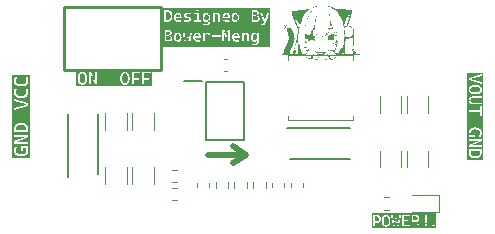
<source format=gbr>
%TF.GenerationSoftware,KiCad,Pcbnew,8.0.1*%
%TF.CreationDate,2024-10-05T18:53:12+08:00*%
%TF.ProjectId,TPS54331_EVA_Board,54505335-3433-4333-915f-4556415f426f,rev?*%
%TF.SameCoordinates,Original*%
%TF.FileFunction,Legend,Top*%
%TF.FilePolarity,Positive*%
%FSLAX46Y46*%
G04 Gerber Fmt 4.6, Leading zero omitted, Abs format (unit mm)*
G04 Created by KiCad (PCBNEW 8.0.1) date 2024-10-05 18:53:12*
%MOMM*%
%LPD*%
G01*
G04 APERTURE LIST*
%ADD10C,0.500000*%
%ADD11C,0.100000*%
%ADD12C,0.120000*%
%ADD13C,0.200000*%
%ADD14C,0.254000*%
%ADD15C,0.000000*%
G04 APERTURE END LIST*
D10*
X108100000Y-82700000D02*
X111300000Y-82700000D01*
X111300000Y-82700000D02*
X110200000Y-83450000D01*
X111300000Y-82700000D02*
X110200000Y-81950000D01*
D11*
G36*
X123208076Y-87921757D02*
G01*
X123265995Y-87938544D01*
X123313382Y-87973983D01*
X123343710Y-88015764D01*
X123367299Y-88069482D01*
X123380567Y-88117604D01*
X123390045Y-88172442D01*
X123395731Y-88233994D01*
X123397627Y-88302260D01*
X123397416Y-88324921D01*
X123394257Y-88388585D01*
X123387307Y-88445775D01*
X123376566Y-88496491D01*
X123356347Y-88554041D01*
X123329389Y-88600080D01*
X123286213Y-88641444D01*
X123232507Y-88664824D01*
X123181960Y-88670579D01*
X123168677Y-88670219D01*
X123108585Y-88657630D01*
X123059035Y-88627057D01*
X123026985Y-88589649D01*
X123001683Y-88540732D01*
X122983129Y-88480305D01*
X122973640Y-88427431D01*
X122967947Y-88368083D01*
X122966050Y-88302260D01*
X122966261Y-88278759D01*
X122969423Y-88212730D01*
X122976381Y-88153416D01*
X122987135Y-88100817D01*
X123007376Y-88041131D01*
X123034365Y-87993381D01*
X123077590Y-87950481D01*
X123131356Y-87926233D01*
X123181960Y-87920265D01*
X123208076Y-87921757D01*
G37*
G36*
X122374429Y-87940571D02*
G01*
X122423857Y-87946708D01*
X122471254Y-87960947D01*
X122517376Y-87988897D01*
X122524356Y-87995184D01*
X122554696Y-88036245D01*
X122570457Y-88083090D01*
X122575017Y-88133000D01*
X122574510Y-88152876D01*
X122566911Y-88207017D01*
X122547772Y-88257521D01*
X122517376Y-88297864D01*
X122498021Y-88314048D01*
X122451262Y-88338186D01*
X122400002Y-88350529D01*
X122347138Y-88354040D01*
X122197418Y-88354040D01*
X122197418Y-87939804D01*
X122347138Y-87939804D01*
X122374429Y-87940571D01*
G37*
G36*
X125694115Y-87941978D02*
G01*
X125744468Y-87955820D01*
X125787543Y-87985233D01*
X125811629Y-88017395D01*
X125828756Y-88065938D01*
X125833217Y-88114682D01*
X125831031Y-88146503D01*
X125817115Y-88193495D01*
X125787543Y-88233628D01*
X125758992Y-88254054D01*
X125712029Y-88270889D01*
X125660048Y-88275882D01*
X125462212Y-88275882D01*
X125462212Y-87939804D01*
X125660048Y-87939804D01*
X125694115Y-87941978D01*
G37*
G36*
X127401480Y-88906742D02*
G01*
X121948798Y-88906742D01*
X121948798Y-87810844D01*
X122059909Y-87810844D01*
X122059909Y-87939804D01*
X122059909Y-88780000D01*
X122197418Y-88780000D01*
X122197418Y-88483000D01*
X122347138Y-88483000D01*
X122380747Y-88482221D01*
X122433280Y-88477459D01*
X122490573Y-88466030D01*
X122541598Y-88448367D01*
X122586354Y-88424471D01*
X122624842Y-88394340D01*
X122636289Y-88382902D01*
X122670534Y-88337743D01*
X122687983Y-88302260D01*
X122821946Y-88302260D01*
X122823353Y-88362005D01*
X122827572Y-88417894D01*
X122834603Y-88469929D01*
X122844447Y-88518110D01*
X122864487Y-88583154D01*
X122890855Y-88639526D01*
X122923552Y-88687224D01*
X122962577Y-88726251D01*
X123007930Y-88756605D01*
X123059612Y-88778286D01*
X123117622Y-88791295D01*
X123181960Y-88795631D01*
X123246255Y-88791295D01*
X123304226Y-88778286D01*
X123355873Y-88756605D01*
X123401195Y-88726251D01*
X123440194Y-88687224D01*
X123472868Y-88639526D01*
X123499218Y-88583154D01*
X123519245Y-88518110D01*
X123529082Y-88469929D01*
X123536109Y-88417894D01*
X123540325Y-88362005D01*
X123541730Y-88302260D01*
X123540325Y-88240860D01*
X123536109Y-88183421D01*
X123529082Y-88129943D01*
X123519245Y-88080427D01*
X123499218Y-88013580D01*
X123472868Y-87955646D01*
X123440194Y-87906624D01*
X123401195Y-87866516D01*
X123355873Y-87835321D01*
X123304226Y-87813038D01*
X123294712Y-87810844D01*
X123603035Y-87810844D01*
X123712944Y-88780000D01*
X123925191Y-88780000D01*
X123997487Y-88191618D01*
X124005547Y-88191618D01*
X124077843Y-88780000D01*
X124290090Y-88780000D01*
X124400000Y-87810844D01*
X124518946Y-87810844D01*
X124518946Y-88780000D01*
X125164724Y-88780000D01*
X125164724Y-88651039D01*
X124656454Y-88651039D01*
X124656454Y-88357948D01*
X125041137Y-88357948D01*
X125041137Y-88228988D01*
X124656454Y-88228988D01*
X124656454Y-87939804D01*
X125164724Y-87939804D01*
X125164724Y-87810844D01*
X125324947Y-87810844D01*
X125324947Y-87939804D01*
X125324947Y-88780000D01*
X125462212Y-88780000D01*
X125462212Y-88404842D01*
X125660048Y-88404842D01*
X125670874Y-88404382D01*
X125848360Y-88780000D01*
X126013224Y-88780000D01*
X125970010Y-88694026D01*
X126455059Y-88694026D01*
X126459249Y-88723702D01*
X126484856Y-88765833D01*
X126509071Y-88783991D01*
X126556908Y-88795631D01*
X126586961Y-88791441D01*
X126628960Y-88765833D01*
X126646969Y-88741653D01*
X126658513Y-88694026D01*
X127086915Y-88694026D01*
X127091105Y-88723702D01*
X127116713Y-88765833D01*
X127140927Y-88783991D01*
X127188764Y-88795631D01*
X127218818Y-88791441D01*
X127260816Y-88765833D01*
X127278825Y-88741653D01*
X127290369Y-88694026D01*
X127286213Y-88663973D01*
X127260816Y-88621974D01*
X127236831Y-88603965D01*
X127188764Y-88592421D01*
X127158940Y-88596577D01*
X127116713Y-88621974D01*
X127098555Y-88645960D01*
X127086915Y-88694026D01*
X126658513Y-88694026D01*
X126654357Y-88663973D01*
X126628960Y-88621974D01*
X126604974Y-88603965D01*
X126556908Y-88592421D01*
X126527084Y-88596577D01*
X126484856Y-88621974D01*
X126466699Y-88645960D01*
X126455059Y-88694026D01*
X125970010Y-88694026D01*
X125811400Y-88378475D01*
X125855234Y-88356244D01*
X125894766Y-88325219D01*
X125918619Y-88298751D01*
X125945221Y-88256366D01*
X125963899Y-88207763D01*
X125974653Y-88152942D01*
X125977564Y-88101004D01*
X125976836Y-88075505D01*
X125969478Y-88020347D01*
X125954196Y-87971267D01*
X125930990Y-87928264D01*
X125894766Y-87886559D01*
X125861286Y-87860828D01*
X125816084Y-87837536D01*
X125764268Y-87821491D01*
X125714588Y-87813506D01*
X125660048Y-87810844D01*
X126485345Y-87810844D01*
X126489497Y-88467369D01*
X126621388Y-88467369D01*
X126628227Y-87810844D01*
X127117201Y-87810844D01*
X127121353Y-88467369D01*
X127253244Y-88467369D01*
X127260083Y-87810844D01*
X127117201Y-87810844D01*
X126628227Y-87810844D01*
X126485345Y-87810844D01*
X125660048Y-87810844D01*
X125462212Y-87810844D01*
X125324947Y-87810844D01*
X125164724Y-87810844D01*
X124656454Y-87810844D01*
X124518946Y-87810844D01*
X124400000Y-87810844D01*
X124255652Y-87810844D01*
X124173342Y-88670579D01*
X124159420Y-88670579D01*
X124071004Y-88054842D01*
X123933496Y-88054842D01*
X123843614Y-88670579D01*
X123829692Y-88670579D01*
X123747383Y-87810844D01*
X123603035Y-87810844D01*
X123294712Y-87810844D01*
X123246255Y-87799669D01*
X123181960Y-87795212D01*
X123117622Y-87799669D01*
X123059612Y-87813038D01*
X123007930Y-87835321D01*
X122962577Y-87866516D01*
X122923552Y-87906624D01*
X122890855Y-87955646D01*
X122864487Y-88013580D01*
X122844447Y-88080427D01*
X122834603Y-88129943D01*
X122827572Y-88183421D01*
X122823353Y-88240860D01*
X122821946Y-88302260D01*
X122687983Y-88302260D01*
X122692688Y-88292692D01*
X122708195Y-88241784D01*
X122717057Y-88185021D01*
X122719364Y-88133244D01*
X122716041Y-88076258D01*
X122706072Y-88024732D01*
X122689457Y-87978667D01*
X122661673Y-87931828D01*
X122624842Y-87892421D01*
X122599880Y-87873301D01*
X122557213Y-87849402D01*
X122508278Y-87831238D01*
X122453074Y-87818810D01*
X122402283Y-87812836D01*
X122347138Y-87810844D01*
X122197418Y-87810844D01*
X122059909Y-87810844D01*
X121948798Y-87810844D01*
X121948798Y-87684101D01*
X127401480Y-87684101D01*
X127401480Y-88906742D01*
G37*
G36*
X97482237Y-75818933D02*
G01*
X97545947Y-75837398D01*
X97598074Y-75876381D01*
X97631434Y-75922340D01*
X97657382Y-75981430D01*
X97671977Y-76034365D01*
X97682402Y-76094686D01*
X97688658Y-76162393D01*
X97690743Y-76237487D01*
X97690511Y-76262413D01*
X97687036Y-76332444D01*
X97679391Y-76395353D01*
X97667575Y-76451140D01*
X97645335Y-76514445D01*
X97615681Y-76565088D01*
X97568188Y-76610589D01*
X97509111Y-76636306D01*
X97453510Y-76642637D01*
X97438898Y-76642241D01*
X97372796Y-76628393D01*
X97318291Y-76594762D01*
X97283037Y-76553614D01*
X97255205Y-76499805D01*
X97234795Y-76433335D01*
X97224358Y-76375174D01*
X97218095Y-76309891D01*
X97216008Y-76237487D01*
X97216240Y-76211635D01*
X97219719Y-76139003D01*
X97227373Y-76073758D01*
X97239201Y-76015899D01*
X97261467Y-75950244D01*
X97291155Y-75897719D01*
X97338702Y-75850529D01*
X97397845Y-75823857D01*
X97453510Y-75817291D01*
X97482237Y-75818933D01*
G37*
G36*
X101088825Y-75818933D02*
G01*
X101152535Y-75837398D01*
X101204661Y-75876381D01*
X101238022Y-75922340D01*
X101263969Y-75981430D01*
X101278565Y-76034365D01*
X101288990Y-76094686D01*
X101295245Y-76162393D01*
X101297330Y-76237487D01*
X101297099Y-76262413D01*
X101293624Y-76332444D01*
X101285978Y-76395353D01*
X101274163Y-76451140D01*
X101251922Y-76514445D01*
X101222268Y-76565088D01*
X101174775Y-76610589D01*
X101115699Y-76636306D01*
X101060097Y-76642637D01*
X101045485Y-76642241D01*
X100979384Y-76628393D01*
X100924879Y-76594762D01*
X100889625Y-76553614D01*
X100861793Y-76499805D01*
X100841382Y-76433335D01*
X100830945Y-76375174D01*
X100824683Y-76309891D01*
X100822595Y-76237487D01*
X100822827Y-76211635D01*
X100826306Y-76139003D01*
X100833960Y-76073758D01*
X100845789Y-76015899D01*
X100868055Y-75950244D01*
X100897742Y-75897719D01*
X100945289Y-75850529D01*
X101004433Y-75823857D01*
X101060097Y-75817291D01*
X101088825Y-75818933D01*
G37*
G36*
X103378404Y-76902416D02*
G01*
X96935272Y-76902416D01*
X96935272Y-76237487D01*
X97057494Y-76237487D01*
X97059041Y-76303205D01*
X97063682Y-76364684D01*
X97071417Y-76421922D01*
X97082245Y-76474921D01*
X97104289Y-76546470D01*
X97133294Y-76608478D01*
X97169260Y-76660947D01*
X97212188Y-76703876D01*
X97262076Y-76737265D01*
X97318926Y-76761115D01*
X97382737Y-76775424D01*
X97453510Y-76780194D01*
X97524234Y-76775424D01*
X97588002Y-76761115D01*
X97644813Y-76737265D01*
X97694668Y-76703876D01*
X97737566Y-76660947D01*
X97773508Y-76608478D01*
X97802493Y-76546470D01*
X97824522Y-76474921D01*
X97835343Y-76421922D01*
X97843073Y-76364684D01*
X97847710Y-76303205D01*
X97849256Y-76237487D01*
X97847710Y-76169946D01*
X97843073Y-76106763D01*
X97835343Y-76047938D01*
X97824522Y-75993470D01*
X97802493Y-75919938D01*
X97773508Y-75856210D01*
X97737566Y-75802287D01*
X97694668Y-75758168D01*
X97644813Y-75723853D01*
X97588002Y-75699342D01*
X97577534Y-75696928D01*
X98013412Y-75696928D01*
X98013412Y-76763000D01*
X98158492Y-76763000D01*
X98158492Y-75952162D01*
X98173806Y-75952162D01*
X98506147Y-76763000D01*
X98551552Y-76763000D01*
X98696632Y-76763000D01*
X98696632Y-76237487D01*
X100664082Y-76237487D01*
X100665629Y-76303205D01*
X100670270Y-76364684D01*
X100678004Y-76421922D01*
X100688833Y-76474921D01*
X100710877Y-76546470D01*
X100739882Y-76608478D01*
X100775848Y-76660947D01*
X100818775Y-76703876D01*
X100868664Y-76737265D01*
X100925514Y-76761115D01*
X100989325Y-76775424D01*
X101060097Y-76780194D01*
X101130821Y-76775424D01*
X101194589Y-76761115D01*
X101251401Y-76737265D01*
X101301255Y-76703876D01*
X101344154Y-76660947D01*
X101380095Y-76608478D01*
X101409081Y-76546470D01*
X101431110Y-76474921D01*
X101441931Y-76421922D01*
X101449660Y-76364684D01*
X101454298Y-76303205D01*
X101455844Y-76237487D01*
X101454298Y-76169946D01*
X101449660Y-76106763D01*
X101441931Y-76047938D01*
X101431110Y-75993470D01*
X101409081Y-75919938D01*
X101380095Y-75856210D01*
X101344154Y-75802287D01*
X101301255Y-75758168D01*
X101251401Y-75723853D01*
X101194589Y-75699342D01*
X101184121Y-75696928D01*
X101644180Y-75696928D01*
X101644180Y-76763000D01*
X101795439Y-76763000D01*
X101795439Y-76350327D01*
X102218590Y-76350327D01*
X102218590Y-76208471D01*
X101795439Y-76208471D01*
X101795439Y-75838785D01*
X102354535Y-75838785D01*
X102354535Y-75696928D01*
X102545826Y-75696928D01*
X102545826Y-76763000D01*
X102697086Y-76763000D01*
X102697086Y-76350327D01*
X103120237Y-76350327D01*
X103120237Y-76208471D01*
X102697086Y-76208471D01*
X102697086Y-75838785D01*
X103256182Y-75838785D01*
X103256182Y-75696928D01*
X102697086Y-75696928D01*
X102545826Y-75696928D01*
X102354535Y-75696928D01*
X101795439Y-75696928D01*
X101644180Y-75696928D01*
X101184121Y-75696928D01*
X101130821Y-75684636D01*
X101060097Y-75679734D01*
X100989325Y-75684636D01*
X100925514Y-75699342D01*
X100868664Y-75723853D01*
X100818775Y-75758168D01*
X100775848Y-75802287D01*
X100739882Y-75856210D01*
X100710877Y-75919938D01*
X100688833Y-75993470D01*
X100678004Y-76047938D01*
X100670270Y-76106763D01*
X100665629Y-76169946D01*
X100664082Y-76237487D01*
X98696632Y-76237487D01*
X98696632Y-75696928D01*
X98551552Y-75696928D01*
X98551552Y-76507766D01*
X98536507Y-76507766D01*
X98203897Y-75696928D01*
X98158492Y-75696928D01*
X98013412Y-75696928D01*
X97577534Y-75696928D01*
X97524234Y-75684636D01*
X97453510Y-75679734D01*
X97382737Y-75684636D01*
X97318926Y-75699342D01*
X97262076Y-75723853D01*
X97212188Y-75758168D01*
X97169260Y-75802287D01*
X97133294Y-75856210D01*
X97104289Y-75919938D01*
X97082245Y-75993470D01*
X97071417Y-76047938D01*
X97063682Y-76106763D01*
X97059041Y-76169946D01*
X97057494Y-76237487D01*
X96935272Y-76237487D01*
X96935272Y-75557512D01*
X103378404Y-75557512D01*
X103378404Y-76902416D01*
G37*
G36*
X92293642Y-80171114D02*
G01*
X92354249Y-80174230D01*
X92420367Y-80183843D01*
X92479271Y-80199866D01*
X92538877Y-80226660D01*
X92588665Y-80262177D01*
X92623527Y-80299501D01*
X92655083Y-80350991D01*
X92676822Y-80411035D01*
X92687641Y-80469311D01*
X92691247Y-80533872D01*
X92691247Y-80652575D01*
X91837765Y-80652575D01*
X91837765Y-80533872D01*
X91840463Y-80479635D01*
X91850822Y-80420311D01*
X91872726Y-80359045D01*
X91905206Y-80306333D01*
X91948260Y-80262177D01*
X91969910Y-80245887D01*
X92028099Y-80214109D01*
X92086526Y-80193813D01*
X92152846Y-80179927D01*
X92214142Y-80173251D01*
X92280919Y-80171025D01*
X92293642Y-80171114D01*
G37*
G36*
X92998090Y-82978817D02*
G01*
X91530922Y-82978817D01*
X91530922Y-82327885D01*
X91664255Y-82327885D01*
X91664867Y-82358158D01*
X91671758Y-82430094D01*
X91686305Y-82496678D01*
X91708509Y-82557910D01*
X91738369Y-82613789D01*
X91775886Y-82664316D01*
X91821059Y-82709490D01*
X91830966Y-82717857D01*
X91884274Y-82755707D01*
X91943864Y-82786917D01*
X92009736Y-82811486D01*
X92066958Y-82826360D01*
X92128200Y-82836985D01*
X92193464Y-82843360D01*
X92262748Y-82845484D01*
X92281414Y-82845357D01*
X92353141Y-82842286D01*
X92420169Y-82835121D01*
X92482499Y-82823862D01*
X92540131Y-82808509D01*
X92605563Y-82783561D01*
X92663653Y-82752215D01*
X92714401Y-82714473D01*
X92749641Y-82679673D01*
X92787083Y-82630415D01*
X92817184Y-82574761D01*
X92839943Y-82512709D01*
X92855360Y-82444261D01*
X92862408Y-82384896D01*
X92864757Y-82321437D01*
X92864683Y-82307610D01*
X92862506Y-82247741D01*
X92856553Y-82185734D01*
X92845706Y-82123014D01*
X92831441Y-82060946D01*
X92815811Y-82001381D01*
X92259817Y-82001381D01*
X92259817Y-82158185D01*
X92259817Y-82397055D01*
X92414569Y-82397055D01*
X92414569Y-82158185D01*
X92698078Y-82158185D01*
X92699454Y-82163461D01*
X92703844Y-82182596D01*
X92712179Y-82240972D01*
X92714695Y-82301507D01*
X92711890Y-82356449D01*
X92701118Y-82416541D01*
X92678342Y-82478602D01*
X92644570Y-82531994D01*
X92599803Y-82576720D01*
X92561002Y-82603317D01*
X92507037Y-82629283D01*
X92444993Y-82648757D01*
X92387119Y-82660027D01*
X92323635Y-82666789D01*
X92254541Y-82669043D01*
X92228645Y-82668683D01*
X92167160Y-82664626D01*
X92099518Y-82653806D01*
X92038573Y-82636496D01*
X91984326Y-82612693D01*
X91929503Y-82576720D01*
X91896319Y-82546058D01*
X91859312Y-82497049D01*
X91833328Y-82440944D01*
X91818367Y-82377742D01*
X91814318Y-82317920D01*
X91814436Y-82309711D01*
X91822838Y-82250334D01*
X91844506Y-82194822D01*
X91848378Y-82187718D01*
X91883695Y-82139327D01*
X91930089Y-82099567D01*
X91809335Y-81976762D01*
X91765487Y-82012534D01*
X91729050Y-82059805D01*
X91702357Y-82112756D01*
X91689408Y-82148449D01*
X91675008Y-82206007D01*
X91666636Y-82268387D01*
X91664255Y-82327885D01*
X91530922Y-82327885D01*
X91530922Y-81049127D01*
X91683013Y-81049127D01*
X91683013Y-81207397D01*
X92567563Y-81207397D01*
X92567563Y-81223810D01*
X91683013Y-81586657D01*
X91683013Y-81695394D01*
X91683013Y-81794459D01*
X92846000Y-81794459D01*
X92846000Y-81636189D01*
X91961450Y-81636189D01*
X91961450Y-81619483D01*
X92846000Y-81256929D01*
X92846000Y-81182777D01*
X92846000Y-81049127D01*
X91683013Y-81049127D01*
X91530922Y-81049127D01*
X91530922Y-80817292D01*
X91683013Y-80817292D01*
X92846000Y-80817292D01*
X92846000Y-80652575D01*
X92846000Y-80533872D01*
X92845448Y-80500910D01*
X92841033Y-80438124D01*
X92832204Y-80379524D01*
X92810682Y-80299473D01*
X92779227Y-80228839D01*
X92737840Y-80167623D01*
X92686519Y-80115825D01*
X92625265Y-80073444D01*
X92554078Y-80040482D01*
X92472958Y-80016937D01*
X92413360Y-80006473D01*
X92349347Y-80000194D01*
X92280919Y-79998101D01*
X92244134Y-79998625D01*
X92174067Y-80002810D01*
X92108671Y-80011182D01*
X92047946Y-80023739D01*
X91965617Y-80050423D01*
X91893798Y-80086525D01*
X91832489Y-80132044D01*
X91781691Y-80186982D01*
X91741402Y-80251337D01*
X91711624Y-80325110D01*
X91692355Y-80408301D01*
X91685348Y-80468994D01*
X91683013Y-80533872D01*
X91683013Y-80652575D01*
X91683013Y-80680418D01*
X91683013Y-80817292D01*
X91530922Y-80817292D01*
X91530922Y-78013579D01*
X91683013Y-78013579D01*
X91683013Y-78189727D01*
X92706781Y-78463475D01*
X92706781Y-78478422D01*
X91683013Y-78752170D01*
X91683013Y-78928318D01*
X92846000Y-78598590D01*
X92846000Y-78343307D01*
X91683013Y-78013579D01*
X91530922Y-78013579D01*
X91530922Y-77385191D01*
X91664255Y-77385191D01*
X91664867Y-77416075D01*
X91671758Y-77489426D01*
X91686305Y-77557268D01*
X91708509Y-77619600D01*
X91738369Y-77676422D01*
X91775886Y-77727735D01*
X91821059Y-77773538D01*
X91830966Y-77781995D01*
X91884274Y-77820252D01*
X91943864Y-77851798D01*
X92009736Y-77876632D01*
X92066958Y-77891667D01*
X92128200Y-77902406D01*
X92193464Y-77908850D01*
X92262748Y-77910997D01*
X92335647Y-77908866D01*
X92403844Y-77902470D01*
X92467337Y-77891811D01*
X92526127Y-77876889D01*
X92605493Y-77846511D01*
X92674278Y-77806540D01*
X92732480Y-77756976D01*
X92780100Y-77697819D01*
X92817137Y-77629069D01*
X92843593Y-77550726D01*
X92855351Y-77493168D01*
X92862406Y-77431346D01*
X92864757Y-77365261D01*
X92863892Y-77325927D01*
X92858212Y-77258217D01*
X92847230Y-77191938D01*
X92830947Y-77127089D01*
X92809363Y-77063670D01*
X92665162Y-77101479D01*
X92686833Y-77159859D01*
X92702311Y-77218642D01*
X92711599Y-77277828D01*
X92714695Y-77337418D01*
X92710650Y-77408391D01*
X92698517Y-77472383D01*
X92678296Y-77529394D01*
X92638751Y-77594549D01*
X92584827Y-77647294D01*
X92534947Y-77678709D01*
X92476979Y-77703142D01*
X92410921Y-77720594D01*
X92336775Y-77731066D01*
X92254541Y-77734556D01*
X92228539Y-77734182D01*
X92166831Y-77729970D01*
X92098997Y-77718739D01*
X92037942Y-77700769D01*
X91983668Y-77676060D01*
X91928916Y-77638715D01*
X91902057Y-77613697D01*
X91863671Y-77565177D01*
X91836253Y-77510627D01*
X91819801Y-77450045D01*
X91814318Y-77383433D01*
X91814438Y-77375118D01*
X91823003Y-77315161D01*
X91845092Y-77259455D01*
X91849040Y-77252355D01*
X91885070Y-77204209D01*
X91932434Y-77165080D01*
X91811387Y-77043154D01*
X91774228Y-77070106D01*
X91732689Y-77118089D01*
X91702650Y-77174166D01*
X91691589Y-77202965D01*
X91675091Y-77265201D01*
X91666655Y-77326500D01*
X91664255Y-77385191D01*
X91530922Y-77385191D01*
X91530922Y-76401577D01*
X91664255Y-76401577D01*
X91664867Y-76432460D01*
X91671758Y-76505812D01*
X91686305Y-76573653D01*
X91708509Y-76635985D01*
X91738369Y-76692808D01*
X91775886Y-76744120D01*
X91821059Y-76789923D01*
X91830966Y-76798380D01*
X91884274Y-76836638D01*
X91943864Y-76868184D01*
X92009736Y-76893018D01*
X92066958Y-76908052D01*
X92128200Y-76918791D01*
X92193464Y-76925235D01*
X92262748Y-76927383D01*
X92335647Y-76925251D01*
X92403844Y-76918855D01*
X92467337Y-76908197D01*
X92526127Y-76893274D01*
X92605493Y-76862896D01*
X92674278Y-76822925D01*
X92732480Y-76773361D01*
X92780100Y-76714204D01*
X92817137Y-76645454D01*
X92843593Y-76567111D01*
X92855351Y-76509553D01*
X92862406Y-76447732D01*
X92864757Y-76381646D01*
X92863892Y-76342313D01*
X92858212Y-76274602D01*
X92847230Y-76208323D01*
X92830947Y-76143474D01*
X92809363Y-76080055D01*
X92665162Y-76117864D01*
X92686833Y-76176244D01*
X92702311Y-76235027D01*
X92711599Y-76294214D01*
X92714695Y-76353803D01*
X92710650Y-76424776D01*
X92698517Y-76488768D01*
X92678296Y-76545779D01*
X92638751Y-76610935D01*
X92584827Y-76663680D01*
X92534947Y-76695094D01*
X92476979Y-76719527D01*
X92410921Y-76736980D01*
X92336775Y-76747451D01*
X92254541Y-76750942D01*
X92228539Y-76750567D01*
X92166831Y-76746355D01*
X92098997Y-76735124D01*
X92037942Y-76717154D01*
X91983668Y-76692445D01*
X91928916Y-76655101D01*
X91902057Y-76630083D01*
X91863671Y-76581563D01*
X91836253Y-76527012D01*
X91819801Y-76466430D01*
X91814318Y-76399818D01*
X91814438Y-76391503D01*
X91823003Y-76331546D01*
X91845092Y-76275840D01*
X91849040Y-76268740D01*
X91885070Y-76220594D01*
X91932434Y-76181465D01*
X91811387Y-76059539D01*
X91774228Y-76086492D01*
X91732689Y-76134474D01*
X91702650Y-76190551D01*
X91691589Y-76219350D01*
X91675091Y-76281587D01*
X91666655Y-76342885D01*
X91664255Y-76401577D01*
X91530922Y-76401577D01*
X91530922Y-75926206D01*
X92998090Y-75926206D01*
X92998090Y-82978817D01*
G37*
G36*
X112115471Y-72510534D02*
G01*
X112160583Y-72530298D01*
X112195882Y-72564089D01*
X112208688Y-72583907D01*
X112227789Y-72631630D01*
X112237556Y-72683798D01*
X112240334Y-72737501D01*
X112240334Y-72787815D01*
X112239640Y-72815533D01*
X112234083Y-72865817D01*
X112221190Y-72914174D01*
X112195882Y-72961472D01*
X112160583Y-72995124D01*
X112115471Y-73014807D01*
X112065945Y-73020579D01*
X112015141Y-73014401D01*
X111968843Y-72993335D01*
X111932588Y-72957320D01*
X111912820Y-72921782D01*
X111897332Y-72872753D01*
X111889566Y-72821126D01*
X111887404Y-72769741D01*
X111888992Y-72722815D01*
X111896052Y-72667273D01*
X111908760Y-72619760D01*
X111932588Y-72571660D01*
X111968843Y-72533559D01*
X112015141Y-72511273D01*
X112065945Y-72504738D01*
X112115471Y-72510534D01*
G37*
G36*
X105574243Y-72513862D02*
G01*
X105621544Y-72537046D01*
X105655792Y-72574591D01*
X105674919Y-72611075D01*
X105689905Y-72660513D01*
X105697419Y-72711918D01*
X105699511Y-72762658D01*
X105698444Y-72799251D01*
X105692296Y-72852217D01*
X105678847Y-72903593D01*
X105655792Y-72950481D01*
X105628419Y-72982477D01*
X105582847Y-73008850D01*
X105531960Y-73016671D01*
X105489540Y-73011435D01*
X105442056Y-72988165D01*
X105407641Y-72950481D01*
X105388620Y-72913829D01*
X105373718Y-72864385D01*
X105366246Y-72813136D01*
X105364166Y-72762658D01*
X105365227Y-72725867D01*
X105371341Y-72672706D01*
X105384714Y-72621293D01*
X105407641Y-72574591D01*
X105435150Y-72542713D01*
X105480906Y-72516438D01*
X105531960Y-72508646D01*
X105574243Y-72513862D01*
G37*
G36*
X107221236Y-72511867D02*
G01*
X107271267Y-72528777D01*
X107311270Y-72560181D01*
X107316948Y-72566797D01*
X107341632Y-72609430D01*
X107354455Y-72657353D01*
X107358164Y-72707948D01*
X106989958Y-72707948D01*
X106995584Y-72667846D01*
X107011287Y-72618205D01*
X107038206Y-72572882D01*
X107048188Y-72561402D01*
X107086733Y-72531291D01*
X107133387Y-72513727D01*
X107182309Y-72508646D01*
X107221236Y-72511867D01*
G37*
G36*
X110499952Y-72511867D02*
G01*
X110549983Y-72528777D01*
X110589986Y-72560181D01*
X110595664Y-72566797D01*
X110620348Y-72609430D01*
X110633171Y-72657353D01*
X110636880Y-72707948D01*
X110268674Y-72707948D01*
X110274300Y-72667846D01*
X110290003Y-72618205D01*
X110316922Y-72572882D01*
X110326904Y-72561402D01*
X110365449Y-72531291D01*
X110412103Y-72513727D01*
X110461025Y-72508646D01*
X110499952Y-72511867D01*
G37*
G36*
X104784798Y-72680085D02*
G01*
X104837170Y-72693476D01*
X104882519Y-72719672D01*
X104907785Y-72746516D01*
X104928610Y-72791023D01*
X104934787Y-72840572D01*
X104932379Y-72872191D01*
X104917049Y-72918891D01*
X104884473Y-72958785D01*
X104845259Y-72982842D01*
X104796463Y-72996913D01*
X104743789Y-73001039D01*
X104547418Y-73001039D01*
X104547418Y-72676685D01*
X104734263Y-72676685D01*
X104784798Y-72680085D01*
G37*
G36*
X104722788Y-72290963D02*
G01*
X104774353Y-72300237D01*
X104820969Y-72322777D01*
X104826441Y-72326981D01*
X104857506Y-72368716D01*
X104866154Y-72417055D01*
X104865987Y-72424818D01*
X104854022Y-72475805D01*
X104823168Y-72514019D01*
X104799507Y-72528765D01*
X104751811Y-72543742D01*
X104702512Y-72547725D01*
X104547418Y-72547725D01*
X104547418Y-72289804D01*
X104692986Y-72289804D01*
X104722788Y-72290963D01*
G37*
G36*
X108017076Y-70830534D02*
G01*
X108062188Y-70850298D01*
X108097487Y-70884089D01*
X108110293Y-70903907D01*
X108129394Y-70951630D01*
X108139161Y-71003798D01*
X108141939Y-71057501D01*
X108141939Y-71107815D01*
X108141245Y-71135533D01*
X108135688Y-71185817D01*
X108122796Y-71234174D01*
X108097487Y-71281472D01*
X108062188Y-71315124D01*
X108017076Y-71334807D01*
X107967550Y-71340579D01*
X107916746Y-71334401D01*
X107870448Y-71313335D01*
X107834193Y-71277320D01*
X107814425Y-71241782D01*
X107798937Y-71192753D01*
X107791171Y-71141126D01*
X107789009Y-71089741D01*
X107790597Y-71042815D01*
X107797657Y-70987273D01*
X107810366Y-70939760D01*
X107834193Y-70891660D01*
X107870448Y-70853559D01*
X107916746Y-70831273D01*
X107967550Y-70824738D01*
X108017076Y-70830534D01*
G37*
G36*
X105581878Y-70831867D02*
G01*
X105631909Y-70848777D01*
X105671912Y-70880181D01*
X105677590Y-70886797D01*
X105702274Y-70929430D01*
X105715097Y-70977353D01*
X105718806Y-71027948D01*
X105350600Y-71027948D01*
X105356226Y-70987846D01*
X105371929Y-70938205D01*
X105398848Y-70892882D01*
X105408830Y-70881402D01*
X105447375Y-70851291D01*
X105494029Y-70833727D01*
X105542951Y-70828646D01*
X105581878Y-70831867D01*
G37*
G36*
X109680273Y-70831867D02*
G01*
X109730304Y-70848777D01*
X109770307Y-70880181D01*
X109775985Y-70886797D01*
X109800669Y-70929430D01*
X109813492Y-70977353D01*
X109817201Y-71027948D01*
X109448995Y-71027948D01*
X109454621Y-70987846D01*
X109470324Y-70938205D01*
X109497243Y-70892882D01*
X109507225Y-70881402D01*
X109545770Y-70851291D01*
X109592424Y-70833727D01*
X109641346Y-70828646D01*
X109680273Y-70831867D01*
G37*
G36*
X110476113Y-70830534D02*
G01*
X110521225Y-70850298D01*
X110556524Y-70884089D01*
X110569330Y-70903907D01*
X110588431Y-70951630D01*
X110598198Y-71003798D01*
X110600976Y-71057501D01*
X110600976Y-71107815D01*
X110600282Y-71135533D01*
X110594725Y-71185817D01*
X110581833Y-71234174D01*
X110556524Y-71281472D01*
X110521225Y-71315124D01*
X110476113Y-71334807D01*
X110426587Y-71340579D01*
X110375783Y-71334401D01*
X110329485Y-71313335D01*
X110293230Y-71277320D01*
X110273462Y-71241782D01*
X110257974Y-71192753D01*
X110250208Y-71141126D01*
X110248046Y-71089741D01*
X110249634Y-71042815D01*
X110256694Y-70987273D01*
X110269402Y-70939760D01*
X110293230Y-70891660D01*
X110329485Y-70853559D01*
X110375783Y-70831273D01*
X110426587Y-70824738D01*
X110476113Y-70830534D01*
G37*
G36*
X104677612Y-70612052D02*
G01*
X104727048Y-70620685D01*
X104778104Y-70638939D01*
X104822030Y-70666005D01*
X104858827Y-70701884D01*
X104872402Y-70719925D01*
X104898884Y-70768416D01*
X104915797Y-70817105D01*
X104927369Y-70872372D01*
X104932932Y-70923452D01*
X104934787Y-70979099D01*
X104934712Y-70989701D01*
X104932116Y-71040208D01*
X104924105Y-71095305D01*
X104910753Y-71144393D01*
X104888425Y-71194064D01*
X104858827Y-71235554D01*
X104827723Y-71264606D01*
X104784816Y-71290902D01*
X104734778Y-71309018D01*
X104686215Y-71318034D01*
X104632414Y-71321039D01*
X104533496Y-71321039D01*
X104533496Y-70609804D01*
X104632414Y-70609804D01*
X104677612Y-70612052D01*
G37*
G36*
X112161909Y-71000085D02*
G01*
X112214281Y-71013476D01*
X112259630Y-71039672D01*
X112284896Y-71066516D01*
X112305721Y-71111023D01*
X112311898Y-71160572D01*
X112309490Y-71192191D01*
X112294160Y-71238891D01*
X112261584Y-71278785D01*
X112222370Y-71302842D01*
X112173574Y-71316913D01*
X112120900Y-71321039D01*
X111924528Y-71321039D01*
X111924528Y-70996685D01*
X112111374Y-70996685D01*
X112161909Y-71000085D01*
G37*
G36*
X112099899Y-70610963D02*
G01*
X112151464Y-70620237D01*
X112198080Y-70642777D01*
X112203552Y-70646981D01*
X112234617Y-70688716D01*
X112243265Y-70737055D01*
X112243097Y-70744818D01*
X112231133Y-70795805D01*
X112200279Y-70834019D01*
X112176618Y-70848765D01*
X112128922Y-70863742D01*
X112079623Y-70867725D01*
X111924528Y-70867725D01*
X111924528Y-70609804D01*
X112070097Y-70609804D01*
X112099899Y-70610963D01*
G37*
G36*
X113373846Y-73565465D02*
G01*
X104285120Y-73565465D01*
X104285120Y-72160844D01*
X104409909Y-72160844D01*
X104409909Y-72289804D01*
X104409909Y-72676685D01*
X104409909Y-73130000D01*
X104537648Y-73130000D01*
X104783600Y-73130000D01*
X104801026Y-73129725D01*
X104858047Y-73124435D01*
X104908897Y-73112414D01*
X104959455Y-73090432D01*
X105001953Y-73059658D01*
X105011270Y-73050608D01*
X105042525Y-73009888D01*
X105064164Y-72961933D01*
X105075208Y-72914036D01*
X105078890Y-72860600D01*
X105073822Y-72805294D01*
X105060506Y-72762658D01*
X105213224Y-72762658D01*
X105213960Y-72796146D01*
X105218459Y-72848754D01*
X105229259Y-72906594D01*
X105245948Y-72958663D01*
X105268528Y-73004962D01*
X105296999Y-73045491D01*
X105330784Y-73079523D01*
X105376192Y-73110328D01*
X105428050Y-73131549D01*
X105477635Y-73142111D01*
X105531960Y-73145631D01*
X105577695Y-73143186D01*
X105628185Y-73133798D01*
X105681033Y-73113946D01*
X105727361Y-73084511D01*
X105767166Y-73045491D01*
X105786744Y-73019113D01*
X105811216Y-72974737D01*
X105829815Y-72924591D01*
X105842540Y-72868675D01*
X105848658Y-72817670D01*
X105850697Y-72762658D01*
X105849963Y-72729044D01*
X105845477Y-72676273D01*
X105834709Y-72618316D01*
X105818068Y-72566214D01*
X105795554Y-72519970D01*
X105767166Y-72479581D01*
X105733446Y-72445632D01*
X105688051Y-72414902D01*
X105640019Y-72395317D01*
X105987473Y-72395317D01*
X106069783Y-73130000D01*
X106255408Y-73130000D01*
X106340648Y-72543817D01*
X106348709Y-72543817D01*
X106433949Y-73130000D01*
X106612491Y-73130000D01*
X106664232Y-72761193D01*
X106852581Y-72761193D01*
X106854161Y-72806309D01*
X106860580Y-72858905D01*
X106871936Y-72907279D01*
X106892080Y-72959755D01*
X106919334Y-73006151D01*
X106953698Y-73046468D01*
X106987442Y-73075036D01*
X107033398Y-73102925D01*
X107085313Y-73123842D01*
X107133128Y-73135947D01*
X107185081Y-73143210D01*
X107241172Y-73145631D01*
X107285502Y-73144776D01*
X107335938Y-73142212D01*
X107352992Y-73140922D01*
X107403535Y-73134965D01*
X107432659Y-73130000D01*
X107694242Y-73130000D01*
X107839811Y-73130000D01*
X107839811Y-72716985D01*
X107842494Y-72668155D01*
X107853393Y-72616274D01*
X107877539Y-72567445D01*
X107913757Y-72533264D01*
X107962049Y-72513732D01*
X108011514Y-72508646D01*
X108015349Y-72508681D01*
X108066407Y-72517744D01*
X108107501Y-72545038D01*
X108115573Y-72554560D01*
X108136256Y-72598899D01*
X108141939Y-72648353D01*
X108141939Y-73130000D01*
X108287752Y-73130000D01*
X108287752Y-72650551D01*
X108284725Y-72596817D01*
X108281951Y-72582896D01*
X108467027Y-72582896D01*
X108467027Y-72711856D01*
X109154082Y-72711856D01*
X109154082Y-72582896D01*
X108467027Y-72582896D01*
X108281951Y-72582896D01*
X108273853Y-72542248D01*
X108255073Y-72494975D01*
X108224494Y-72450516D01*
X108194328Y-72422917D01*
X108148229Y-72397393D01*
X108100342Y-72384112D01*
X108045952Y-72379685D01*
X108002920Y-72381991D01*
X107952773Y-72392687D01*
X107906978Y-72416566D01*
X107888223Y-72434525D01*
X107863873Y-72477551D01*
X107853489Y-72528429D01*
X107837854Y-72528429D01*
X107826133Y-72395317D01*
X107694242Y-72395317D01*
X107694242Y-73130000D01*
X107432659Y-73130000D01*
X107454152Y-73126336D01*
X107436322Y-72997376D01*
X107397019Y-73004535D01*
X107347173Y-73011542D01*
X107308425Y-73015048D01*
X107257780Y-73016671D01*
X107203785Y-73013468D01*
X107149059Y-73001966D01*
X107101783Y-72982099D01*
X107057501Y-72949748D01*
X107023498Y-72907137D01*
X107002615Y-72861151D01*
X106993624Y-72821277D01*
X107485903Y-72821277D01*
X107488883Y-72779245D01*
X107490055Y-72727976D01*
X107489976Y-72717430D01*
X107487213Y-72667071D01*
X107478687Y-72611850D01*
X107464476Y-72562313D01*
X107440712Y-72511705D01*
X107409211Y-72468834D01*
X107376625Y-72438538D01*
X107332638Y-72411114D01*
X107282224Y-72392222D01*
X107233895Y-72382820D01*
X107180844Y-72379685D01*
X107124616Y-72383215D01*
X107073350Y-72393802D01*
X107027048Y-72411448D01*
X106979302Y-72440955D01*
X106938311Y-72480069D01*
X106918218Y-72506367D01*
X106893102Y-72550551D01*
X106874014Y-72600420D01*
X106860953Y-72655973D01*
X106854674Y-72706609D01*
X106854623Y-72707948D01*
X106852581Y-72761193D01*
X106664232Y-72761193D01*
X106715561Y-72395317D01*
X106571458Y-72395317D01*
X106509420Y-73020579D01*
X106497208Y-73020579D01*
X106411235Y-72395317D01*
X106278122Y-72395317D01*
X106192149Y-73020579D01*
X106179692Y-73020579D01*
X106124738Y-72395317D01*
X105987473Y-72395317D01*
X105640019Y-72395317D01*
X105636134Y-72393733D01*
X105586443Y-72383197D01*
X105531960Y-72379685D01*
X105486360Y-72382124D01*
X105435985Y-72391490D01*
X105383205Y-72411293D01*
X105336876Y-72440657D01*
X105296999Y-72479581D01*
X105277364Y-72505856D01*
X105252820Y-72550149D01*
X105234167Y-72600298D01*
X105221405Y-72656303D01*
X105215269Y-72707447D01*
X105213224Y-72762658D01*
X105060506Y-72762658D01*
X105058618Y-72756613D01*
X105033278Y-72714558D01*
X104997801Y-72679127D01*
X104970886Y-72660622D01*
X104920949Y-72637537D01*
X104870318Y-72623925D01*
X104821766Y-72617150D01*
X104776762Y-72615242D01*
X104776762Y-72606485D01*
X104781646Y-72606175D01*
X104833378Y-72597765D01*
X104884944Y-72581885D01*
X104933321Y-72556029D01*
X104947071Y-72545557D01*
X104983135Y-72504913D01*
X105004172Y-72455444D01*
X105010258Y-72403377D01*
X105006377Y-72354966D01*
X104992440Y-72305908D01*
X104964645Y-72258709D01*
X104929169Y-72223859D01*
X104902189Y-72205705D01*
X104852199Y-72183059D01*
X104801571Y-72169705D01*
X104753059Y-72163059D01*
X104699825Y-72160844D01*
X109306001Y-72160844D01*
X109306001Y-73130000D01*
X109437892Y-73130000D01*
X109437892Y-72332791D01*
X109455722Y-72332791D01*
X109567096Y-72739211D01*
X109606908Y-72739211D01*
X109693370Y-72739211D01*
X109804745Y-72332791D01*
X109822575Y-72332791D01*
X109822575Y-73130000D01*
X109954466Y-73130000D01*
X109954466Y-72761193D01*
X110131297Y-72761193D01*
X110132877Y-72806309D01*
X110139296Y-72858905D01*
X110150652Y-72907279D01*
X110170796Y-72959755D01*
X110198050Y-73006151D01*
X110232414Y-73046468D01*
X110266158Y-73075036D01*
X110312114Y-73102925D01*
X110364029Y-73123842D01*
X110411844Y-73135947D01*
X110463797Y-73143210D01*
X110519888Y-73145631D01*
X110564218Y-73144776D01*
X110614654Y-73142212D01*
X110631708Y-73140922D01*
X110682251Y-73134965D01*
X110711375Y-73130000D01*
X110972958Y-73130000D01*
X111118527Y-73130000D01*
X111118527Y-72716985D01*
X111121210Y-72668155D01*
X111132109Y-72616274D01*
X111156255Y-72567445D01*
X111192473Y-72533264D01*
X111240765Y-72513732D01*
X111290230Y-72508646D01*
X111294065Y-72508681D01*
X111345123Y-72517744D01*
X111386217Y-72545038D01*
X111394289Y-72554560D01*
X111414972Y-72598899D01*
X111420655Y-72648353D01*
X111420655Y-73130000D01*
X111566468Y-73130000D01*
X111566468Y-72769741D01*
X111743056Y-72769741D01*
X111743704Y-72803666D01*
X111747666Y-72856707D01*
X111755230Y-72905371D01*
X111769060Y-72957990D01*
X111788076Y-73004306D01*
X111816817Y-73050376D01*
X111841626Y-73077818D01*
X111882007Y-73108422D01*
X111928981Y-73129910D01*
X111982546Y-73142282D01*
X112033705Y-73145631D01*
X112078240Y-73142559D01*
X112125640Y-73130461D01*
X112168527Y-73106796D01*
X112188840Y-73088239D01*
X112215277Y-73046022D01*
X112226657Y-72998108D01*
X112240334Y-72998108D01*
X112240334Y-73083105D01*
X112238901Y-73116885D01*
X112231597Y-73165402D01*
X112216007Y-73211845D01*
X112189532Y-73253342D01*
X112172406Y-73270102D01*
X112129282Y-73295642D01*
X112080355Y-73309533D01*
X112028820Y-73314647D01*
X111795324Y-73321486D01*
X111802163Y-73454354D01*
X112015143Y-73447515D01*
X112050535Y-73445562D01*
X112105421Y-73438921D01*
X112155178Y-73428046D01*
X112208118Y-73409407D01*
X112253673Y-73384672D01*
X112297487Y-73348108D01*
X112323029Y-73316612D01*
X112347965Y-73272236D01*
X112366666Y-73220682D01*
X112377489Y-73172236D01*
X112383983Y-73118806D01*
X112386147Y-73060390D01*
X112386147Y-72395317D01*
X112254256Y-72395317D01*
X112242361Y-72527208D01*
X112233496Y-72527208D01*
X112228644Y-72502187D01*
X112207469Y-72455396D01*
X112171702Y-72418764D01*
X112131483Y-72396515D01*
X112083703Y-72383502D01*
X112033705Y-72379685D01*
X111999061Y-72381231D01*
X111943612Y-72391374D01*
X111894756Y-72410984D01*
X111852491Y-72440060D01*
X111816817Y-72478604D01*
X111795568Y-72511794D01*
X111774822Y-72557635D01*
X111759263Y-72610037D01*
X111750259Y-72658716D01*
X111744857Y-72711951D01*
X111743056Y-72769741D01*
X111566468Y-72769741D01*
X111566468Y-72650551D01*
X111563441Y-72596817D01*
X111552569Y-72542248D01*
X111533789Y-72494975D01*
X111503210Y-72450516D01*
X111473044Y-72422917D01*
X111426945Y-72397393D01*
X111379058Y-72384112D01*
X111324668Y-72379685D01*
X111281635Y-72381991D01*
X111231489Y-72392687D01*
X111185694Y-72416566D01*
X111166939Y-72434525D01*
X111142589Y-72477551D01*
X111132205Y-72528429D01*
X111116570Y-72528429D01*
X111104849Y-72395317D01*
X110972958Y-72395317D01*
X110972958Y-73130000D01*
X110711375Y-73130000D01*
X110732868Y-73126336D01*
X110715038Y-72997376D01*
X110675735Y-73004535D01*
X110625889Y-73011542D01*
X110587140Y-73015048D01*
X110536496Y-73016671D01*
X110482501Y-73013468D01*
X110427775Y-73001966D01*
X110380499Y-72982099D01*
X110336217Y-72949748D01*
X110302214Y-72907137D01*
X110281331Y-72861151D01*
X110272340Y-72821277D01*
X110764619Y-72821277D01*
X110767599Y-72779245D01*
X110768771Y-72727976D01*
X110768692Y-72717430D01*
X110765929Y-72667071D01*
X110757403Y-72611850D01*
X110743192Y-72562313D01*
X110719428Y-72511705D01*
X110687927Y-72468834D01*
X110655341Y-72438538D01*
X110611354Y-72411114D01*
X110560940Y-72392222D01*
X110512611Y-72382820D01*
X110459560Y-72379685D01*
X110403332Y-72383215D01*
X110352066Y-72393802D01*
X110305764Y-72411448D01*
X110258018Y-72440955D01*
X110217027Y-72480069D01*
X110196934Y-72506367D01*
X110171818Y-72550551D01*
X110152730Y-72600420D01*
X110139669Y-72655973D01*
X110133390Y-72706609D01*
X110133339Y-72707948D01*
X110131297Y-72761193D01*
X109954466Y-72761193D01*
X109954466Y-72160844D01*
X109844556Y-72160844D01*
X109747103Y-72160844D01*
X109635729Y-72582896D01*
X109627424Y-72582896D01*
X109624738Y-72582896D01*
X109513363Y-72160844D01*
X109437892Y-72160844D01*
X109306001Y-72160844D01*
X104699825Y-72160844D01*
X104547418Y-72160844D01*
X104409909Y-72160844D01*
X104285120Y-72160844D01*
X104285120Y-70480844D01*
X104396231Y-70480844D01*
X104396231Y-70609804D01*
X104396231Y-71450000D01*
X104523970Y-71450000D01*
X104632414Y-71450000D01*
X104659883Y-71449540D01*
X104712204Y-71445861D01*
X104761037Y-71438503D01*
X104827747Y-71420568D01*
X104886609Y-71394356D01*
X104937622Y-71359866D01*
X104980787Y-71317099D01*
X105016104Y-71266054D01*
X105043573Y-71206732D01*
X105063194Y-71139132D01*
X105071914Y-71089467D01*
X105072726Y-71081193D01*
X105213224Y-71081193D01*
X105214803Y-71126309D01*
X105221222Y-71178905D01*
X105232578Y-71227279D01*
X105252722Y-71279755D01*
X105279976Y-71326151D01*
X105314340Y-71366468D01*
X105348084Y-71395036D01*
X105394040Y-71422925D01*
X105445955Y-71443842D01*
X105493770Y-71455947D01*
X105545723Y-71463210D01*
X105601814Y-71465631D01*
X105646144Y-71464776D01*
X105696580Y-71462212D01*
X105713634Y-71460922D01*
X105764177Y-71454965D01*
X105814794Y-71446336D01*
X105814659Y-71445359D01*
X106046580Y-71445359D01*
X106055781Y-71447320D01*
X106104428Y-71455517D01*
X106153803Y-71460746D01*
X106197070Y-71463527D01*
X106245937Y-71465154D01*
X106295219Y-71465631D01*
X106306964Y-71465578D01*
X106362645Y-71463733D01*
X106413257Y-71459253D01*
X106467302Y-71450397D01*
X106468715Y-71450000D01*
X106868946Y-71450000D01*
X107146406Y-71450000D01*
X107278297Y-71450000D01*
X107515945Y-71450000D01*
X107515945Y-71328855D01*
X107292219Y-71328855D01*
X107292219Y-71089741D01*
X107644661Y-71089741D01*
X107645309Y-71123666D01*
X107649271Y-71176707D01*
X107656835Y-71225371D01*
X107670665Y-71277990D01*
X107689681Y-71324306D01*
X107718422Y-71370376D01*
X107743231Y-71397818D01*
X107783612Y-71428422D01*
X107830586Y-71449910D01*
X107884151Y-71462282D01*
X107935310Y-71465631D01*
X107979845Y-71462559D01*
X108027245Y-71450461D01*
X108070132Y-71426796D01*
X108090445Y-71408239D01*
X108116882Y-71366022D01*
X108128262Y-71318108D01*
X108141939Y-71318108D01*
X108141939Y-71403105D01*
X108140506Y-71436885D01*
X108133202Y-71485402D01*
X108117613Y-71531845D01*
X108091137Y-71573342D01*
X108074011Y-71590102D01*
X108030887Y-71615642D01*
X107981960Y-71629533D01*
X107930425Y-71634647D01*
X107696929Y-71641486D01*
X107703768Y-71774354D01*
X107916748Y-71767515D01*
X107952140Y-71765562D01*
X108007026Y-71758921D01*
X108056783Y-71748046D01*
X108109723Y-71729407D01*
X108155278Y-71704672D01*
X108199092Y-71668108D01*
X108224634Y-71636612D01*
X108249570Y-71592236D01*
X108268271Y-71540682D01*
X108279094Y-71492236D01*
X108284227Y-71450000D01*
X108513921Y-71450000D01*
X108659490Y-71450000D01*
X108659490Y-71036985D01*
X108662173Y-70988155D01*
X108673072Y-70936274D01*
X108697218Y-70887445D01*
X108733436Y-70853264D01*
X108781728Y-70833732D01*
X108831193Y-70828646D01*
X108835028Y-70828681D01*
X108886086Y-70837744D01*
X108927180Y-70865038D01*
X108935252Y-70874560D01*
X108955935Y-70918899D01*
X108961618Y-70968353D01*
X108961618Y-71450000D01*
X109107431Y-71450000D01*
X109107431Y-71081193D01*
X109311618Y-71081193D01*
X109313198Y-71126309D01*
X109319617Y-71178905D01*
X109330973Y-71227279D01*
X109351117Y-71279755D01*
X109378371Y-71326151D01*
X109412735Y-71366468D01*
X109446479Y-71395036D01*
X109492435Y-71422925D01*
X109544350Y-71443842D01*
X109592165Y-71455947D01*
X109644118Y-71463210D01*
X109700209Y-71465631D01*
X109744539Y-71464776D01*
X109794975Y-71462212D01*
X109812029Y-71460922D01*
X109862572Y-71454965D01*
X109913189Y-71446336D01*
X109895359Y-71317376D01*
X109856056Y-71324535D01*
X109806210Y-71331542D01*
X109767462Y-71335048D01*
X109716817Y-71336671D01*
X109662822Y-71333468D01*
X109608096Y-71321966D01*
X109560820Y-71302099D01*
X109516538Y-71269748D01*
X109482535Y-71227137D01*
X109461652Y-71181151D01*
X109452661Y-71141277D01*
X109944940Y-71141277D01*
X109947920Y-71099245D01*
X109948137Y-71089741D01*
X110103698Y-71089741D01*
X110104346Y-71123666D01*
X110108308Y-71176707D01*
X110115872Y-71225371D01*
X110129702Y-71277990D01*
X110148718Y-71324306D01*
X110177459Y-71370376D01*
X110202268Y-71397818D01*
X110242649Y-71428422D01*
X110289623Y-71449910D01*
X110343188Y-71462282D01*
X110394347Y-71465631D01*
X110438882Y-71462559D01*
X110486282Y-71450461D01*
X110529169Y-71426796D01*
X110549482Y-71408239D01*
X110575919Y-71366022D01*
X110587299Y-71318108D01*
X110601416Y-71318108D01*
X110616120Y-71456838D01*
X110746789Y-71450000D01*
X110746789Y-70480844D01*
X111787020Y-70480844D01*
X111787020Y-70609804D01*
X111787020Y-70996685D01*
X111787020Y-71450000D01*
X111914759Y-71450000D01*
X112160711Y-71450000D01*
X112178136Y-71449725D01*
X112235158Y-71444435D01*
X112286008Y-71432414D01*
X112336566Y-71410432D01*
X112379064Y-71379658D01*
X112388381Y-71370608D01*
X112419636Y-71329888D01*
X112441275Y-71281933D01*
X112452319Y-71234036D01*
X112456001Y-71180600D01*
X112450933Y-71125294D01*
X112435729Y-71076613D01*
X112410389Y-71034558D01*
X112374912Y-70999127D01*
X112347997Y-70980622D01*
X112298060Y-70957537D01*
X112247429Y-70943925D01*
X112198877Y-70937150D01*
X112153872Y-70935242D01*
X112153872Y-70926485D01*
X112158757Y-70926175D01*
X112210489Y-70917765D01*
X112262055Y-70901885D01*
X112310432Y-70876029D01*
X112324182Y-70865557D01*
X112360246Y-70824913D01*
X112381283Y-70775444D01*
X112387369Y-70723377D01*
X112386723Y-70715317D01*
X112534647Y-70715317D01*
X112824563Y-71450000D01*
X112893255Y-71450000D01*
X112890310Y-71457182D01*
X112866329Y-71502512D01*
X112852158Y-71523830D01*
X112817861Y-71562948D01*
X112778646Y-71592393D01*
X112755308Y-71604626D01*
X112706632Y-71621950D01*
X112655547Y-71631716D01*
X112541486Y-71645394D01*
X112548325Y-71774354D01*
X112671912Y-71760676D01*
X112689983Y-71758360D01*
X112741235Y-71748346D01*
X112792969Y-71731826D01*
X112839218Y-71709630D01*
X112852150Y-71701813D01*
X112892870Y-71670672D01*
X112929917Y-71631708D01*
X112960118Y-71589951D01*
X112972781Y-71569247D01*
X112997144Y-71523055D01*
X113017410Y-71477402D01*
X113036694Y-71426864D01*
X113052442Y-71379658D01*
X113262735Y-70715317D01*
X113111549Y-70715317D01*
X112932004Y-71340579D01*
X112923482Y-71340579D01*
X112685589Y-70715317D01*
X112534647Y-70715317D01*
X112386723Y-70715317D01*
X112383488Y-70674966D01*
X112369551Y-70625908D01*
X112341756Y-70578709D01*
X112306280Y-70543859D01*
X112279300Y-70525705D01*
X112229310Y-70503059D01*
X112178682Y-70489705D01*
X112130170Y-70483059D01*
X112076936Y-70480844D01*
X111924528Y-70480844D01*
X111787020Y-70480844D01*
X110746789Y-70480844D01*
X110746789Y-70418318D01*
X110600976Y-70418318D01*
X110600976Y-70847208D01*
X110587299Y-70847208D01*
X110582425Y-70822187D01*
X110561671Y-70775396D01*
X110526971Y-70738764D01*
X110495842Y-70719874D01*
X110446824Y-70704303D01*
X110394347Y-70699685D01*
X110359703Y-70701231D01*
X110304254Y-70711374D01*
X110255398Y-70730984D01*
X110213133Y-70760060D01*
X110177459Y-70798604D01*
X110156210Y-70831794D01*
X110135464Y-70877635D01*
X110119905Y-70930037D01*
X110110901Y-70978716D01*
X110105499Y-71031951D01*
X110103698Y-71089741D01*
X109948137Y-71089741D01*
X109949092Y-71047976D01*
X109949013Y-71037430D01*
X109946250Y-70987071D01*
X109937724Y-70931850D01*
X109923513Y-70882313D01*
X109899749Y-70831705D01*
X109868248Y-70788834D01*
X109835662Y-70758538D01*
X109791675Y-70731114D01*
X109741261Y-70712222D01*
X109692932Y-70702820D01*
X109639881Y-70699685D01*
X109583653Y-70703215D01*
X109532387Y-70713802D01*
X109486085Y-70731448D01*
X109438339Y-70760955D01*
X109397348Y-70800069D01*
X109377255Y-70826367D01*
X109352139Y-70870551D01*
X109333051Y-70920420D01*
X109319990Y-70975973D01*
X109313711Y-71026609D01*
X109313660Y-71027948D01*
X109311618Y-71081193D01*
X109107431Y-71081193D01*
X109107431Y-70970551D01*
X109104404Y-70916817D01*
X109093532Y-70862248D01*
X109074752Y-70814975D01*
X109044173Y-70770516D01*
X109014007Y-70742917D01*
X108967908Y-70717393D01*
X108920021Y-70704112D01*
X108865631Y-70699685D01*
X108822599Y-70701991D01*
X108772452Y-70712687D01*
X108726657Y-70736566D01*
X108707902Y-70754525D01*
X108683552Y-70797551D01*
X108673168Y-70848429D01*
X108657533Y-70848429D01*
X108645812Y-70715317D01*
X108513921Y-70715317D01*
X108513921Y-71450000D01*
X108284227Y-71450000D01*
X108285588Y-71438806D01*
X108287752Y-71380390D01*
X108287752Y-70715317D01*
X108155861Y-70715317D01*
X108143966Y-70847208D01*
X108135101Y-70847208D01*
X108130249Y-70822187D01*
X108109074Y-70775396D01*
X108073307Y-70738764D01*
X108033089Y-70716515D01*
X107985308Y-70703502D01*
X107935310Y-70699685D01*
X107900666Y-70701231D01*
X107845217Y-70711374D01*
X107796361Y-70730984D01*
X107754096Y-70760060D01*
X107718422Y-70798604D01*
X107697173Y-70831794D01*
X107676427Y-70877635D01*
X107660868Y-70930037D01*
X107651864Y-70978716D01*
X107646462Y-71031951D01*
X107644661Y-71089741D01*
X107292219Y-71089741D01*
X107292219Y-70757083D01*
X107292219Y-70715317D01*
X106910223Y-70715317D01*
X106910223Y-70836461D01*
X107146406Y-70836461D01*
X107146406Y-71328855D01*
X106868946Y-71328855D01*
X106868946Y-71450000D01*
X106468715Y-71450000D01*
X106521129Y-71435269D01*
X106570481Y-71411653D01*
X106608094Y-71380604D01*
X106637564Y-71335966D01*
X106652341Y-71287660D01*
X106656454Y-71238729D01*
X106652243Y-71191945D01*
X106635656Y-71143895D01*
X106603210Y-71102930D01*
X106576981Y-71083421D01*
X106529335Y-71058672D01*
X106482597Y-71041518D01*
X106435415Y-71028436D01*
X106300593Y-70994975D01*
X106276245Y-70988069D01*
X106231228Y-70968841D01*
X106229845Y-70967923D01*
X106208757Y-70922435D01*
X106222496Y-70879570D01*
X106263712Y-70850628D01*
X106290969Y-70842062D01*
X106341058Y-70833476D01*
X106390574Y-70829698D01*
X106440788Y-70828646D01*
X106474053Y-70829008D01*
X106523831Y-70830844D01*
X106572898Y-70833885D01*
X106622260Y-70838171D01*
X106637404Y-70713363D01*
X106592832Y-70707284D01*
X106543614Y-70702861D01*
X106496109Y-70700479D01*
X106444940Y-70699685D01*
X106407686Y-70700164D01*
X106349976Y-70703090D01*
X106297739Y-70708675D01*
X106242280Y-70718887D01*
X106194705Y-70732929D01*
X106149162Y-70754152D01*
X106143527Y-70757606D01*
X106104887Y-70789945D01*
X106077696Y-70830650D01*
X106061954Y-70879720D01*
X106057571Y-70929518D01*
X106059979Y-70964029D01*
X106075309Y-71013729D01*
X106107885Y-71054082D01*
X106121421Y-71064134D01*
X106167895Y-71089652D01*
X106216008Y-71108212D01*
X106266399Y-71122958D01*
X106433949Y-71166189D01*
X106442753Y-71168563D01*
X106487927Y-71191591D01*
X106490056Y-71193703D01*
X106505512Y-71241416D01*
X106494564Y-71282171D01*
X106455687Y-71313956D01*
X106445810Y-71318016D01*
X106395612Y-71330260D01*
X106346739Y-71335251D01*
X106295219Y-71336671D01*
X106292115Y-71336666D01*
X106240954Y-71335154D01*
X106190439Y-71331297D01*
X106165472Y-71328583D01*
X106114762Y-71322177D01*
X106062944Y-71314689D01*
X106046580Y-71445359D01*
X105814659Y-71445359D01*
X105796964Y-71317376D01*
X105757661Y-71324535D01*
X105707815Y-71331542D01*
X105669067Y-71335048D01*
X105618422Y-71336671D01*
X105564427Y-71333468D01*
X105509701Y-71321966D01*
X105462425Y-71302099D01*
X105418143Y-71269748D01*
X105384140Y-71227137D01*
X105363257Y-71181151D01*
X105354266Y-71141277D01*
X105846545Y-71141277D01*
X105849525Y-71099245D01*
X105850697Y-71047976D01*
X105850618Y-71037430D01*
X105847855Y-70987071D01*
X105839329Y-70931850D01*
X105825118Y-70882313D01*
X105801354Y-70831705D01*
X105769853Y-70788834D01*
X105737267Y-70758538D01*
X105693280Y-70731114D01*
X105642866Y-70712222D01*
X105594537Y-70702820D01*
X105541486Y-70699685D01*
X105485258Y-70703215D01*
X105433992Y-70713802D01*
X105387690Y-70731448D01*
X105339944Y-70760955D01*
X105298953Y-70800069D01*
X105278860Y-70826367D01*
X105253744Y-70870551D01*
X105234656Y-70920420D01*
X105221596Y-70975973D01*
X105215317Y-71026609D01*
X105215266Y-71027948D01*
X105213224Y-71081193D01*
X105072726Y-71081193D01*
X105077146Y-71036122D01*
X105078890Y-70979099D01*
X105078454Y-70948445D01*
X105074966Y-70890056D01*
X105067990Y-70835559D01*
X105057525Y-70784955D01*
X105035289Y-70716347D01*
X105005204Y-70656498D01*
X104967271Y-70605408D01*
X104921490Y-70563075D01*
X104867860Y-70529502D01*
X104806383Y-70504686D01*
X104770932Y-70496475D01*
X107112700Y-70496475D01*
X107116890Y-70526151D01*
X107142498Y-70568283D01*
X107166712Y-70586441D01*
X107214549Y-70598080D01*
X107244603Y-70593890D01*
X107286601Y-70568283D01*
X107304610Y-70544103D01*
X107316154Y-70496475D01*
X107311998Y-70466422D01*
X107286601Y-70424424D01*
X107262616Y-70406415D01*
X107214549Y-70394870D01*
X107184725Y-70399026D01*
X107142498Y-70424424D01*
X107124340Y-70448409D01*
X107112700Y-70496475D01*
X104770932Y-70496475D01*
X104737057Y-70488629D01*
X104686479Y-70482790D01*
X104632414Y-70480844D01*
X104533496Y-70480844D01*
X104396231Y-70480844D01*
X104285120Y-70480844D01*
X104285120Y-70283759D01*
X113373846Y-70283759D01*
X113373846Y-73565465D01*
G37*
G36*
X131111214Y-82527184D02*
G01*
X131108742Y-82576902D01*
X131099246Y-82631281D01*
X131079166Y-82687443D01*
X131049393Y-82735762D01*
X131009927Y-82776238D01*
X130990082Y-82791170D01*
X130936741Y-82820301D01*
X130883183Y-82838905D01*
X130822390Y-82851634D01*
X130766202Y-82857754D01*
X130704990Y-82859794D01*
X130693327Y-82859712D01*
X130637770Y-82856856D01*
X130577163Y-82848044D01*
X130523167Y-82833356D01*
X130468529Y-82808795D01*
X130422889Y-82776238D01*
X130390933Y-82742024D01*
X130362006Y-82694825D01*
X130342079Y-82639785D01*
X130332162Y-82586365D01*
X130328856Y-82527184D01*
X130328856Y-82418374D01*
X131111214Y-82418374D01*
X131111214Y-82527184D01*
G37*
G36*
X130738364Y-76967887D02*
G01*
X130810996Y-76971366D01*
X130876241Y-76979020D01*
X130934100Y-76990848D01*
X130999755Y-77013114D01*
X131052280Y-77042802D01*
X131099470Y-77090349D01*
X131126142Y-77149492D01*
X131132708Y-77205157D01*
X131131066Y-77233884D01*
X131112601Y-77297594D01*
X131073618Y-77349720D01*
X131027659Y-77383081D01*
X130968569Y-77409029D01*
X130915634Y-77423624D01*
X130855313Y-77434049D01*
X130787606Y-77440305D01*
X130712512Y-77442390D01*
X130687586Y-77442158D01*
X130617555Y-77438683D01*
X130554646Y-77431038D01*
X130498859Y-77419222D01*
X130435554Y-77396982D01*
X130384911Y-77367328D01*
X130339410Y-77319835D01*
X130313693Y-77260758D01*
X130307362Y-77205157D01*
X130307758Y-77190545D01*
X130321606Y-77124443D01*
X130355237Y-77069938D01*
X130396385Y-77034684D01*
X130450194Y-77006852D01*
X130516664Y-76986442D01*
X130574825Y-76976004D01*
X130640108Y-76969742D01*
X130712512Y-76967655D01*
X130738364Y-76967887D01*
G37*
G36*
X131392487Y-83140529D02*
G01*
X130047583Y-83140529D01*
X130047583Y-82267383D01*
X130187000Y-82267383D01*
X130187000Y-82418374D01*
X130187000Y-82527184D01*
X130187505Y-82557399D01*
X130191552Y-82614953D01*
X130199646Y-82668670D01*
X130219374Y-82742050D01*
X130248207Y-82806798D01*
X130286146Y-82862913D01*
X130333190Y-82910394D01*
X130389339Y-82949243D01*
X130454594Y-82979459D01*
X130528954Y-83001041D01*
X130583586Y-83010633D01*
X130642264Y-83016389D01*
X130704990Y-83018307D01*
X130738710Y-83017828D01*
X130802938Y-83013991D01*
X130862884Y-83006317D01*
X130918549Y-82994806D01*
X130994017Y-82970346D01*
X131059851Y-82937253D01*
X131116050Y-82895526D01*
X131162616Y-82845167D01*
X131199547Y-82786175D01*
X131226844Y-82718549D01*
X131244507Y-82642291D01*
X131250930Y-82586656D01*
X131253071Y-82527184D01*
X131253071Y-82392850D01*
X131253071Y-82267383D01*
X130187000Y-82267383D01*
X130047583Y-82267383D01*
X130047583Y-81371646D01*
X130187000Y-81371646D01*
X130187000Y-81516727D01*
X130997837Y-81516727D01*
X130997837Y-81532041D01*
X130187000Y-81864382D01*
X130187000Y-81932355D01*
X130187000Y-82054867D01*
X131253071Y-82054867D01*
X131253071Y-81909787D01*
X130442233Y-81909787D01*
X130442233Y-81894741D01*
X131253071Y-81562131D01*
X131253071Y-81462456D01*
X131253071Y-81371646D01*
X130187000Y-81371646D01*
X130047583Y-81371646D01*
X130047583Y-80888583D01*
X130169805Y-80888583D01*
X130169873Y-80901257D01*
X130171868Y-80956137D01*
X130177326Y-81012977D01*
X130187268Y-81070471D01*
X130200345Y-81127366D01*
X130214672Y-81181967D01*
X130724334Y-81181967D01*
X130724334Y-81038230D01*
X130724334Y-80819267D01*
X130582478Y-80819267D01*
X130582478Y-81038230D01*
X130322594Y-81038230D01*
X130321333Y-81033394D01*
X130317308Y-81015854D01*
X130309668Y-80962343D01*
X130307362Y-80906852D01*
X130309934Y-80856489D01*
X130319807Y-80801404D01*
X130340685Y-80744515D01*
X130371643Y-80695572D01*
X130412680Y-80654574D01*
X130448247Y-80630193D01*
X130497715Y-80606391D01*
X130554589Y-80588539D01*
X130607640Y-80578208D01*
X130665834Y-80572010D01*
X130729170Y-80569944D01*
X130752908Y-80570274D01*
X130809269Y-80573993D01*
X130871274Y-80583911D01*
X130927140Y-80599779D01*
X130976867Y-80621598D01*
X131027122Y-80654574D01*
X131057540Y-80682680D01*
X131091463Y-80727605D01*
X131115282Y-80779035D01*
X131128996Y-80836970D01*
X131132708Y-80891807D01*
X131132600Y-80899332D01*
X131124898Y-80953760D01*
X131105035Y-81004647D01*
X131101486Y-81011159D01*
X131069112Y-81055517D01*
X131026584Y-81091964D01*
X131137275Y-81204535D01*
X131177469Y-81171744D01*
X131210870Y-81128412D01*
X131235339Y-81079874D01*
X131247208Y-81047155D01*
X131260408Y-80994394D01*
X131268082Y-80937212D01*
X131270265Y-80882672D01*
X131269704Y-80854922D01*
X131263387Y-80788980D01*
X131250052Y-80727945D01*
X131229699Y-80671816D01*
X131202327Y-80620594D01*
X131167937Y-80574278D01*
X131126528Y-80532868D01*
X131117447Y-80525198D01*
X131068581Y-80490502D01*
X131013957Y-80461893D01*
X130953574Y-80439371D01*
X130901121Y-80425737D01*
X130844982Y-80415997D01*
X130785157Y-80410154D01*
X130721647Y-80408206D01*
X130704537Y-80408323D01*
X130638787Y-80411138D01*
X130577344Y-80417706D01*
X130520208Y-80428026D01*
X130467379Y-80442100D01*
X130407400Y-80464969D01*
X130354151Y-80493703D01*
X130307631Y-80528300D01*
X130275328Y-80560200D01*
X130241006Y-80605353D01*
X130213414Y-80656369D01*
X130192552Y-80713250D01*
X130178419Y-80775995D01*
X130171958Y-80830412D01*
X130169805Y-80888583D01*
X130047583Y-80888583D01*
X130047583Y-79083946D01*
X130187000Y-79083946D01*
X131111214Y-79083946D01*
X131111214Y-79401242D01*
X131253071Y-79401242D01*
X131253071Y-78615390D01*
X131111214Y-78615390D01*
X131111214Y-78932686D01*
X130187000Y-78932686D01*
X130187000Y-79083946D01*
X130047583Y-79083946D01*
X130047583Y-78103579D01*
X130169805Y-78103579D01*
X130171989Y-78155441D01*
X130180376Y-78212289D01*
X130198112Y-78271187D01*
X130224411Y-78322088D01*
X130259271Y-78364993D01*
X130264950Y-78370480D01*
X130309612Y-78404016D01*
X130362863Y-78429016D01*
X130415341Y-78443650D01*
X130474129Y-78452012D01*
X130527938Y-78454190D01*
X131253071Y-78454190D01*
X131253071Y-78303199D01*
X130527132Y-78303199D01*
X130476631Y-78300130D01*
X130422974Y-78287664D01*
X130372473Y-78260046D01*
X130337122Y-78218619D01*
X130316922Y-78163382D01*
X130311661Y-78106803D01*
X130315954Y-78053711D01*
X130332861Y-78000596D01*
X130365932Y-77957424D01*
X130369375Y-77954515D01*
X130418718Y-77926809D01*
X130471150Y-77913879D01*
X130527132Y-77910139D01*
X131253071Y-77910139D01*
X131253071Y-77759148D01*
X130527938Y-77759148D01*
X130463936Y-77762175D01*
X130406229Y-77771257D01*
X130339079Y-77792784D01*
X130283120Y-77825074D01*
X130238354Y-77868128D01*
X130204779Y-77921946D01*
X130182395Y-77986527D01*
X130172952Y-78042026D01*
X130169805Y-78103579D01*
X130047583Y-78103579D01*
X130047583Y-77205157D01*
X130169805Y-77205157D01*
X130174575Y-77275881D01*
X130188884Y-77339649D01*
X130212734Y-77396460D01*
X130246123Y-77446315D01*
X130289052Y-77489213D01*
X130341521Y-77525155D01*
X130403529Y-77554140D01*
X130475078Y-77576169D01*
X130528077Y-77586990D01*
X130585315Y-77594720D01*
X130646794Y-77599357D01*
X130712512Y-77600903D01*
X130780053Y-77599357D01*
X130843236Y-77594720D01*
X130902061Y-77586990D01*
X130956529Y-77576169D01*
X131030061Y-77554140D01*
X131093789Y-77525155D01*
X131147712Y-77489213D01*
X131191831Y-77446315D01*
X131226146Y-77396460D01*
X131250657Y-77339649D01*
X131265363Y-77275881D01*
X131270265Y-77205157D01*
X131265363Y-77134384D01*
X131250657Y-77070573D01*
X131226146Y-77013723D01*
X131191831Y-76963835D01*
X131147712Y-76920907D01*
X131093789Y-76884941D01*
X131030061Y-76855936D01*
X130956529Y-76833892D01*
X130902061Y-76823064D01*
X130843236Y-76815329D01*
X130780053Y-76810688D01*
X130712512Y-76809141D01*
X130646794Y-76810688D01*
X130585315Y-76815329D01*
X130528077Y-76823064D01*
X130475078Y-76833892D01*
X130403529Y-76855936D01*
X130341521Y-76884941D01*
X130289052Y-76920907D01*
X130246123Y-76963835D01*
X130212734Y-77013723D01*
X130188884Y-77070573D01*
X130174575Y-77134384D01*
X130169805Y-77205157D01*
X130047583Y-77205157D01*
X130047583Y-76420380D01*
X130187000Y-76420380D01*
X131253071Y-76722630D01*
X131253071Y-76561161D01*
X130314616Y-76310226D01*
X130314616Y-76296524D01*
X131253071Y-76045589D01*
X131253071Y-75884120D01*
X130187000Y-76186371D01*
X130187000Y-76420380D01*
X130047583Y-76420380D01*
X130047583Y-75761898D01*
X131392487Y-75761898D01*
X131392487Y-83140529D01*
G37*
D12*
%TO.C,C1*%
X113540000Y-85134420D02*
X113540000Y-85415580D01*
X114560000Y-85134420D02*
X114560000Y-85415580D01*
D13*
%TO.C,D1*%
X96200000Y-79250000D02*
X96200000Y-84625000D01*
X98800000Y-84350000D02*
X98800000Y-79250000D01*
D12*
%TO.C,L2*%
X114840000Y-74290000D02*
X114840000Y-74690000D01*
X114840000Y-74290000D02*
X120360000Y-74290000D01*
X114840000Y-79810000D02*
X114840000Y-79410000D01*
X114840000Y-79810000D02*
X120360000Y-79810000D01*
X120360000Y-74290000D02*
X120360000Y-74690000D01*
X120360000Y-79810000D02*
X120360000Y-79410000D01*
%TO.C,C12*%
X101690000Y-83763748D02*
X101690000Y-85186252D01*
X103510000Y-83763748D02*
X103510000Y-85186252D01*
%TO.C,C2*%
X115140000Y-85134420D02*
X115140000Y-85415580D01*
X116160000Y-85134420D02*
X116160000Y-85415580D01*
%TO.C,C11*%
X107140000Y-85415580D02*
X107140000Y-85134420D01*
X108160000Y-85415580D02*
X108160000Y-85134420D01*
D13*
%TO.C,D3*%
X115050000Y-83050000D02*
X120150000Y-83050000D01*
X120150000Y-80450000D02*
X114775000Y-80450000D01*
D12*
%TO.C,C14*%
X99390000Y-83763748D02*
X99390000Y-85186252D01*
X101210000Y-83763748D02*
X101210000Y-85186252D01*
%TO.C,C3*%
X101690000Y-80591252D02*
X101690000Y-79168748D01*
X103510000Y-80591252D02*
X103510000Y-79168748D01*
%TO.C,C10*%
X109409420Y-74590000D02*
X109690580Y-74590000D01*
X109409420Y-75610000D02*
X109690580Y-75610000D01*
%TO.C,C13*%
X99390000Y-80591252D02*
X99390000Y-79168748D01*
X101210000Y-80591252D02*
X101210000Y-79168748D01*
D14*
%TO.C,S1*%
X95886000Y-70183000D02*
X104141000Y-70183000D01*
X95886000Y-75517000D02*
X95886000Y-70183000D01*
X104141000Y-70183000D02*
X104141000Y-75517000D01*
X104141000Y-75517000D02*
X95886000Y-75517000D01*
D12*
%TO.C,C17*%
X124940000Y-82363748D02*
X124940000Y-83786252D01*
X126760000Y-82363748D02*
X126760000Y-83786252D01*
D13*
%TO.C,IC2*%
X106025000Y-76470000D02*
X107550000Y-76470000D01*
X107900000Y-76600000D02*
X111100000Y-76600000D01*
X107900000Y-81500000D02*
X107900000Y-76600000D01*
X111100000Y-76600000D02*
X111100000Y-81500000D01*
X111100000Y-81500000D02*
X107900000Y-81500000D01*
D12*
%TO.C,R6*%
X122975242Y-86327500D02*
X123449758Y-86327500D01*
X122975242Y-87372500D02*
X123449758Y-87372500D01*
%TO.C,R3*%
X105012742Y-84007500D02*
X105487258Y-84007500D01*
X105012742Y-85052500D02*
X105487258Y-85052500D01*
%TO.C,C16*%
X122640000Y-79186252D02*
X122640000Y-77763748D01*
X124460000Y-79186252D02*
X124460000Y-77763748D01*
D15*
%TO.C,G\u002A\u002A\u002A*%
G36*
X115705282Y-71439581D02*
G01*
X115706545Y-71456142D01*
X115704446Y-71459891D01*
X115699629Y-71456730D01*
X115698880Y-71445983D01*
X115701468Y-71434676D01*
X115705282Y-71439581D01*
G37*
G36*
X116532303Y-73395532D02*
G01*
X116529143Y-73400349D01*
X116518395Y-73401098D01*
X116507088Y-73398510D01*
X116511993Y-73394696D01*
X116528554Y-73393433D01*
X116532303Y-73395532D01*
G37*
G36*
X116658974Y-73548300D02*
G01*
X116660238Y-73564861D01*
X116658138Y-73568610D01*
X116653321Y-73565450D01*
X116652572Y-73554702D01*
X116655160Y-73543395D01*
X116658974Y-73548300D01*
G37*
G36*
X117221081Y-72632579D02*
G01*
X117217921Y-72637395D01*
X117207173Y-72638144D01*
X117195866Y-72635556D01*
X117200771Y-72631742D01*
X117217332Y-72630479D01*
X117221081Y-72632579D01*
G37*
G36*
X117241786Y-74194691D02*
G01*
X117243049Y-74211252D01*
X117240950Y-74215001D01*
X117236133Y-74211841D01*
X117235384Y-74201093D01*
X117237972Y-74189786D01*
X117241786Y-74194691D01*
G37*
G36*
X117814001Y-73792021D02*
G01*
X117815265Y-73808582D01*
X117813165Y-73812331D01*
X117808349Y-73809171D01*
X117807599Y-73798423D01*
X117810187Y-73787116D01*
X117814001Y-73792021D01*
G37*
G36*
X118074326Y-74200257D02*
G01*
X118075657Y-74204124D01*
X118061081Y-74205601D01*
X118046037Y-74203936D01*
X118047835Y-74200257D01*
X118069530Y-74198857D01*
X118074326Y-74200257D01*
G37*
G36*
X118969516Y-72251102D02*
G01*
X118966356Y-72255918D01*
X118955608Y-72256667D01*
X118944302Y-72254079D01*
X118949206Y-72250265D01*
X118965768Y-72249002D01*
X118969516Y-72251102D01*
G37*
G36*
X117244188Y-72588205D02*
G01*
X117242890Y-72598059D01*
X117237053Y-72606036D01*
X117230128Y-72598017D01*
X117226240Y-72582417D01*
X117228188Y-72578229D01*
X117238664Y-72576488D01*
X117244188Y-72588205D01*
G37*
G36*
X117530296Y-72630591D02*
G01*
X117528997Y-72640446D01*
X117523161Y-72648422D01*
X117516236Y-72640403D01*
X117512347Y-72624803D01*
X117514296Y-72620615D01*
X117524771Y-72618875D01*
X117530296Y-72630591D01*
G37*
G36*
X115646253Y-71396135D02*
G01*
X115654546Y-71413432D01*
X115653979Y-71420109D01*
X115645564Y-71426621D01*
X115642191Y-71424569D01*
X115635159Y-71408005D01*
X115634464Y-71400594D01*
X115637826Y-71390503D01*
X115646253Y-71396135D01*
G37*
G36*
X116341804Y-71863902D02*
G01*
X116344435Y-71881325D01*
X116340807Y-71901240D01*
X116333838Y-71907817D01*
X116325873Y-71898748D01*
X116323242Y-71881325D01*
X116326869Y-71861411D01*
X116333838Y-71854834D01*
X116341804Y-71863902D01*
G37*
G36*
X116551355Y-73500622D02*
G01*
X116555101Y-73516330D01*
X116554522Y-73518732D01*
X116546754Y-73523824D01*
X116535925Y-73514104D01*
X116527242Y-73497475D01*
X116528542Y-73489807D01*
X116540127Y-73489137D01*
X116551355Y-73500622D01*
G37*
G36*
X117361398Y-70771450D02*
G01*
X117361706Y-70773983D01*
X117353643Y-70784272D01*
X117351110Y-70784579D01*
X117340821Y-70776516D01*
X117340513Y-70773983D01*
X117348577Y-70763694D01*
X117351110Y-70763386D01*
X117361398Y-70771450D01*
G37*
G36*
X117371872Y-70728692D02*
G01*
X117372303Y-70731597D01*
X117368688Y-70741918D01*
X117367630Y-70742193D01*
X117358583Y-70734768D01*
X117356408Y-70731597D01*
X117357248Y-70721832D01*
X117361081Y-70721000D01*
X117371872Y-70728692D01*
G37*
G36*
X117848841Y-72753010D02*
G01*
X117849149Y-72755543D01*
X117841085Y-72765832D01*
X117838552Y-72766140D01*
X117828264Y-72758076D01*
X117827956Y-72755543D01*
X117836020Y-72745255D01*
X117838552Y-72744947D01*
X117848841Y-72753010D01*
G37*
G36*
X117933075Y-74471626D02*
G01*
X117933922Y-74478113D01*
X117927997Y-74491808D01*
X117923325Y-74493382D01*
X117914799Y-74484480D01*
X117912728Y-74471564D01*
X117916808Y-74456912D01*
X117923325Y-74456294D01*
X117933075Y-74471626D01*
G37*
G36*
X117933800Y-74554564D02*
G01*
X117933922Y-74556962D01*
X117925776Y-74567151D01*
X117922700Y-74567558D01*
X117916371Y-74561066D01*
X117918027Y-74556962D01*
X117927549Y-74546853D01*
X117929249Y-74546365D01*
X117933800Y-74554564D01*
G37*
G36*
X118036287Y-72762072D02*
G01*
X118034589Y-72766140D01*
X118020552Y-72776341D01*
X118017444Y-72776736D01*
X118011698Y-72770207D01*
X118013396Y-72766140D01*
X118027433Y-72755939D01*
X118030542Y-72755543D01*
X118036287Y-72762072D01*
G37*
G36*
X118039887Y-72729052D02*
G01*
X118049996Y-72738574D01*
X118050484Y-72740274D01*
X118042286Y-72744825D01*
X118039887Y-72744947D01*
X118029698Y-72736800D01*
X118029291Y-72733725D01*
X118035783Y-72727396D01*
X118039887Y-72729052D01*
G37*
G36*
X118132682Y-72643470D02*
G01*
X118131343Y-72654915D01*
X118121380Y-72667995D01*
X118107992Y-72679894D01*
X118103762Y-72676282D01*
X118103467Y-72668368D01*
X118109412Y-72650000D01*
X118122311Y-72640470D01*
X118132682Y-72643470D01*
G37*
G36*
X118308821Y-73893004D02*
G01*
X118315398Y-73899974D01*
X118306330Y-73907939D01*
X118288907Y-73910570D01*
X118268993Y-73906943D01*
X118262416Y-73899974D01*
X118271484Y-73892008D01*
X118288907Y-73889377D01*
X118308821Y-73893004D01*
G37*
G36*
X118334798Y-74265979D02*
G01*
X118336592Y-74270854D01*
X118328009Y-74280255D01*
X118320697Y-74281451D01*
X118306595Y-74275729D01*
X118304802Y-74270854D01*
X118313385Y-74261453D01*
X118320697Y-74260257D01*
X118334798Y-74265979D01*
G37*
G36*
X118368795Y-74292354D02*
G01*
X118378284Y-74314246D01*
X118371451Y-74323555D01*
X118368049Y-74323837D01*
X118355219Y-74315350D01*
X118350845Y-74307485D01*
X118348993Y-74289262D01*
X118356926Y-74282736D01*
X118368795Y-74292354D01*
G37*
G36*
X118714936Y-73110709D02*
G01*
X118712785Y-73127776D01*
X118711886Y-73130205D01*
X118697008Y-73143729D01*
X118678418Y-73147617D01*
X118651631Y-73147617D01*
X118680109Y-73125215D01*
X118703872Y-73109828D01*
X118714936Y-73110709D01*
G37*
G36*
X118826885Y-73225439D02*
G01*
X118827237Y-73228917D01*
X118810649Y-73230338D01*
X118808139Y-73230323D01*
X118791705Y-73228795D01*
X118793273Y-73225570D01*
X118795095Y-73225046D01*
X118818178Y-73223495D01*
X118826885Y-73225439D01*
G37*
G36*
X118852181Y-73440216D02*
G01*
X118850526Y-73444321D01*
X118841004Y-73454430D01*
X118839304Y-73454917D01*
X118834752Y-73446719D01*
X118834631Y-73444321D01*
X118842777Y-73434131D01*
X118845853Y-73433724D01*
X118852181Y-73440216D01*
G37*
G36*
X118866113Y-73409998D02*
G01*
X118866421Y-73412531D01*
X118858357Y-73422820D01*
X118855824Y-73423128D01*
X118845535Y-73415064D01*
X118845227Y-73412531D01*
X118853291Y-73402242D01*
X118855824Y-73401934D01*
X118866113Y-73409998D01*
G37*
G36*
X118939401Y-72117735D02*
G01*
X118940597Y-72125047D01*
X118934875Y-72139148D01*
X118930000Y-72140942D01*
X118920599Y-72132359D01*
X118919403Y-72125047D01*
X118925125Y-72110945D01*
X118930000Y-72109152D01*
X118939401Y-72117735D01*
G37*
G36*
X118949668Y-72201625D02*
G01*
X118951193Y-72209194D01*
X118945661Y-72223692D01*
X118940597Y-72225714D01*
X118930303Y-72218109D01*
X118930000Y-72215743D01*
X118937703Y-72201392D01*
X118940597Y-72199223D01*
X118949668Y-72201625D01*
G37*
G36*
X118973380Y-72360225D02*
G01*
X118981656Y-72379836D01*
X118981328Y-72389786D01*
X118974744Y-72401156D01*
X118969737Y-72399742D01*
X118963125Y-72383444D01*
X118961790Y-72370181D01*
X118964626Y-72356061D01*
X118973380Y-72360225D01*
G37*
G36*
X119681926Y-71862526D02*
G01*
X119682357Y-71865431D01*
X119678742Y-71875752D01*
X119677684Y-71876027D01*
X119668637Y-71868602D01*
X119666462Y-71865431D01*
X119667302Y-71855666D01*
X119671135Y-71854834D01*
X119681926Y-71862526D01*
G37*
G36*
X120073338Y-70856696D02*
G01*
X120074431Y-70863428D01*
X120067973Y-70881470D01*
X120063834Y-70885247D01*
X120055494Y-70882002D01*
X120053237Y-70869977D01*
X120057561Y-70852422D01*
X120063834Y-70848159D01*
X120073338Y-70856696D01*
G37*
G36*
X120106220Y-70864054D02*
G01*
X120116329Y-70873576D01*
X120116817Y-70875276D01*
X120108618Y-70879827D01*
X120106220Y-70879949D01*
X120096031Y-70871803D01*
X120095624Y-70868727D01*
X120102116Y-70862398D01*
X120106220Y-70864054D01*
G37*
G36*
X120113174Y-74171380D02*
G01*
X120111519Y-74175485D01*
X120101996Y-74185594D01*
X120100297Y-74186081D01*
X120095745Y-74177883D01*
X120095624Y-74175485D01*
X120103770Y-74165295D01*
X120106846Y-74164888D01*
X120113174Y-74171380D01*
G37*
G36*
X120124783Y-74078587D02*
G01*
X120127414Y-74096010D01*
X120123786Y-74115925D01*
X120116817Y-74122502D01*
X120108851Y-74113434D01*
X120106220Y-74096010D01*
X120109848Y-74076096D01*
X120116817Y-74069519D01*
X120124783Y-74078587D01*
G37*
G36*
X120158008Y-74099295D02*
G01*
X120159203Y-74106607D01*
X120153481Y-74120709D01*
X120148607Y-74122502D01*
X120139206Y-74113919D01*
X120138010Y-74106607D01*
X120143732Y-74092505D01*
X120148607Y-74090712D01*
X120158008Y-74099295D01*
G37*
G36*
X117326418Y-72668697D02*
G01*
X117334728Y-72686975D01*
X117338675Y-72704069D01*
X117337444Y-72708976D01*
X117329583Y-72704174D01*
X117321969Y-72696640D01*
X117310426Y-72677826D01*
X117310765Y-72663581D01*
X117318084Y-72660174D01*
X117326418Y-72668697D01*
G37*
G36*
X118199320Y-74204454D02*
G01*
X118211329Y-74221552D01*
X118218243Y-74238631D01*
X118217291Y-74245335D01*
X118207850Y-74241980D01*
X118195239Y-74230347D01*
X118179575Y-74208668D01*
X118181368Y-74197845D01*
X118187867Y-74196678D01*
X118199320Y-74204454D01*
G37*
G36*
X117163025Y-74178751D02*
G01*
X117176266Y-74186081D01*
X117171789Y-74193292D01*
X117150202Y-74196600D01*
X117145102Y-74196678D01*
X117120341Y-74194057D01*
X117107778Y-74187601D01*
X117107388Y-74186081D01*
X117116582Y-74178584D01*
X117138553Y-74175485D01*
X117163025Y-74178751D01*
G37*
G36*
X116440096Y-71374949D02*
G01*
X116437699Y-71396942D01*
X116436651Y-71403565D01*
X116429176Y-71436032D01*
X116420636Y-71454393D01*
X116413074Y-71456827D01*
X116408531Y-71441514D01*
X116408014Y-71429089D01*
X116413270Y-71396627D01*
X116425670Y-71376636D01*
X116436579Y-71369390D01*
X116440096Y-71374949D01*
G37*
G36*
X116365411Y-71684249D02*
G01*
X116363109Y-71718667D01*
X116358889Y-71752687D01*
X116351880Y-71787154D01*
X116344425Y-71801638D01*
X116338454Y-71797219D01*
X116335900Y-71774975D01*
X116338065Y-71741063D01*
X116343634Y-71706203D01*
X116350533Y-71679819D01*
X116355419Y-71670066D01*
X116362864Y-71668453D01*
X116365411Y-71684249D01*
G37*
G36*
X117760698Y-72716543D02*
G01*
X117757552Y-72726039D01*
X117743932Y-72741670D01*
X117726455Y-72757040D01*
X117711740Y-72765751D01*
X117709395Y-72766140D01*
X117700898Y-72758194D01*
X117700797Y-72756762D01*
X117708431Y-72745310D01*
X117726031Y-72731108D01*
X117745646Y-72719495D01*
X117759324Y-72715809D01*
X117760698Y-72716543D01*
G37*
G36*
X118251819Y-73909332D02*
G01*
X118242615Y-73919279D01*
X118220025Y-73929869D01*
X118191581Y-73938344D01*
X118164814Y-73941944D01*
X118162816Y-73941936D01*
X118148825Y-73940709D01*
X118152212Y-73935756D01*
X118167046Y-73927507D01*
X118197036Y-73914360D01*
X118225199Y-73906312D01*
X118245427Y-73904672D01*
X118251819Y-73909332D01*
G37*
G36*
X118836818Y-73477477D02*
G01*
X118822809Y-73496782D01*
X118802502Y-73519879D01*
X118780658Y-73541614D01*
X118762044Y-73556838D01*
X118753040Y-73560883D01*
X118753601Y-73553936D01*
X118766175Y-73535742D01*
X118787505Y-73510842D01*
X118811929Y-73486114D01*
X118830840Y-73470412D01*
X118839762Y-73467113D01*
X118836818Y-73477477D01*
G37*
G36*
X114562984Y-71746051D02*
G01*
X114570638Y-71765286D01*
X114563661Y-71792598D01*
X114542144Y-71824446D01*
X114538330Y-71828684D01*
X114513800Y-71850314D01*
X114497999Y-71853856D01*
X114492129Y-71839519D01*
X114494161Y-71820949D01*
X114503464Y-71790778D01*
X114517271Y-71762618D01*
X114531790Y-71743208D01*
X114540611Y-71738434D01*
X114562984Y-71746051D01*
G37*
G36*
X116410658Y-71482579D02*
G01*
X116409433Y-71505831D01*
X116407428Y-71518393D01*
X116398405Y-71558370D01*
X116388356Y-71590705D01*
X116378703Y-71612539D01*
X116370867Y-71621015D01*
X116366269Y-71613275D01*
X116365628Y-71602439D01*
X116368598Y-71579319D01*
X116376108Y-71548429D01*
X116386059Y-71516313D01*
X116396349Y-71489513D01*
X116404879Y-71474573D01*
X116407057Y-71473357D01*
X116410658Y-71482579D01*
G37*
G36*
X116593483Y-73226900D02*
G01*
X116613853Y-73238141D01*
X116638954Y-73262502D01*
X116649005Y-73289725D01*
X116642651Y-73314267D01*
X116634476Y-73322665D01*
X116611675Y-73335259D01*
X116594170Y-73337100D01*
X116588156Y-73329051D01*
X116595926Y-73316699D01*
X116611998Y-73302886D01*
X116635841Y-73286025D01*
X116605477Y-73258664D01*
X116585497Y-73237347D01*
X116581793Y-73226039D01*
X116593483Y-73226900D01*
G37*
G36*
X117887879Y-72642389D02*
G01*
X117888041Y-72655196D01*
X117880851Y-72678553D01*
X117869628Y-72704703D01*
X117857692Y-72725886D01*
X117848532Y-72734350D01*
X117844557Y-72725794D01*
X117846546Y-72711370D01*
X117847822Y-72694785D01*
X117837607Y-72694021D01*
X117815951Y-72701160D01*
X117796166Y-72706930D01*
X117779938Y-72710855D01*
X117778387Y-72707892D01*
X117792182Y-72695171D01*
X117800572Y-72688041D01*
X117835093Y-72661775D01*
X117864130Y-72645221D01*
X117883641Y-72640491D01*
X117887879Y-72642389D01*
G37*
G36*
X114774278Y-71756852D02*
G01*
X114767251Y-71773073D01*
X114744712Y-71800623D01*
X114721738Y-71825070D01*
X114671053Y-71887394D01*
X114633278Y-71954500D01*
X114611670Y-72020474D01*
X114610483Y-72027028D01*
X114603829Y-72053573D01*
X114592601Y-72064820D01*
X114577402Y-72066766D01*
X114561603Y-72065294D01*
X114554614Y-72057194D01*
X114554074Y-72036942D01*
X114555884Y-72016432D01*
X114568638Y-71956935D01*
X114593368Y-71897878D01*
X114627032Y-71843537D01*
X114666586Y-71798187D01*
X114708988Y-71766105D01*
X114743490Y-71752749D01*
X114766216Y-71750548D01*
X114774278Y-71756852D01*
G37*
G36*
X118814210Y-72197887D02*
G01*
X118826084Y-72218189D01*
X118838713Y-72249557D01*
X118851248Y-72282285D01*
X118869924Y-72327691D01*
X118891992Y-72379211D01*
X118910078Y-72420052D01*
X118930194Y-72465078D01*
X118946656Y-72502581D01*
X118957757Y-72528626D01*
X118961790Y-72539263D01*
X118956919Y-72544864D01*
X118944024Y-72534499D01*
X118925676Y-72510555D01*
X118917912Y-72498557D01*
X118889321Y-72447958D01*
X118861803Y-72391108D01*
X118837389Y-72333127D01*
X118818112Y-72279131D01*
X118806003Y-72234238D01*
X118802841Y-72208703D01*
X118805943Y-72194133D01*
X118814210Y-72197887D01*
G37*
G36*
X116884860Y-70525275D02*
G01*
X116878606Y-70536211D01*
X116861315Y-70560685D01*
X116835200Y-70595689D01*
X116802469Y-70638219D01*
X116791592Y-70652122D01*
X116782213Y-70665920D01*
X116765309Y-70692331D01*
X116744385Y-70725870D01*
X116742488Y-70728947D01*
X116717401Y-70766863D01*
X116698339Y-70789888D01*
X116686654Y-70796641D01*
X116683525Y-70789181D01*
X116687939Y-70775027D01*
X116701896Y-70750300D01*
X116726473Y-70713343D01*
X116762745Y-70662497D01*
X116787870Y-70628280D01*
X116826625Y-70576953D01*
X116854731Y-70542357D01*
X116873137Y-70523483D01*
X116882792Y-70519325D01*
X116884860Y-70525275D01*
G37*
G36*
X117266861Y-72457869D02*
G01*
X117271411Y-72477383D01*
X117279162Y-72509942D01*
X117291168Y-72551293D01*
X117300149Y-72578750D01*
X117312656Y-72619164D01*
X117316177Y-72641721D01*
X117310721Y-72645946D01*
X117299222Y-72635001D01*
X117288778Y-72616946D01*
X117275299Y-72586639D01*
X117266304Y-72563218D01*
X117255527Y-72536207D01*
X117247990Y-72522920D01*
X117245526Y-72525068D01*
X117239563Y-72540795D01*
X117233193Y-72543612D01*
X117226154Y-72534483D01*
X117227238Y-72506608D01*
X117228282Y-72499587D01*
X117237099Y-72459700D01*
X117247113Y-72439119D01*
X117257356Y-72438343D01*
X117266861Y-72457869D01*
G37*
G36*
X117673779Y-73566362D02*
G01*
X117701978Y-73576987D01*
X117757454Y-73613571D01*
X117795520Y-73657559D01*
X117814715Y-73706969D01*
X117816789Y-73732551D01*
X117815874Y-73749341D01*
X117812567Y-73753312D01*
X117804924Y-73742571D01*
X117791001Y-73715219D01*
X117783822Y-73700416D01*
X117749419Y-73644080D01*
X117710540Y-73608398D01*
X117667089Y-73593287D01*
X117656260Y-73592713D01*
X117616869Y-73598341D01*
X117584599Y-73616890D01*
X117557298Y-73650676D01*
X117532812Y-73702012D01*
X117519283Y-73740036D01*
X117499877Y-73799306D01*
X117502950Y-73733701D01*
X117505704Y-73696642D01*
X117512239Y-73671370D01*
X117526400Y-73649361D01*
X117552029Y-73622093D01*
X117554313Y-73619806D01*
X117597211Y-73583457D01*
X117635925Y-73565964D01*
X117673779Y-73566362D01*
G37*
G36*
X116677630Y-70807781D02*
G01*
X116677562Y-70815589D01*
X116672299Y-70831872D01*
X116660820Y-70859305D01*
X116642107Y-70900564D01*
X116616323Y-70955803D01*
X116587421Y-71018790D01*
X116556148Y-71089374D01*
X116525224Y-71161216D01*
X116497369Y-71227976D01*
X116475304Y-71283315D01*
X116471539Y-71293215D01*
X116458117Y-71324455D01*
X116447321Y-71341348D01*
X116440873Y-71341693D01*
X116439804Y-71333755D01*
X116443728Y-71311713D01*
X116453990Y-71277126D01*
X116468321Y-71236815D01*
X116484452Y-71197604D01*
X116486745Y-71192548D01*
X116498424Y-71166183D01*
X116514488Y-71128723D01*
X116529957Y-71091880D01*
X116551640Y-71041547D01*
X116575813Y-70988527D01*
X116600707Y-70936343D01*
X116624556Y-70888518D01*
X116645590Y-70848576D01*
X116662042Y-70820039D01*
X116672144Y-70806431D01*
X116673524Y-70805773D01*
X116677630Y-70807781D01*
G37*
G36*
X116377661Y-72978322D02*
G01*
X116390826Y-73009536D01*
X116408212Y-73060894D01*
X116412098Y-73073441D01*
X116427349Y-73122345D01*
X116439041Y-73155043D01*
X116449605Y-73175658D01*
X116461472Y-73188313D01*
X116477072Y-73197131D01*
X116487704Y-73201667D01*
X116504154Y-73208947D01*
X116507535Y-73213664D01*
X116495386Y-73217488D01*
X116465249Y-73222090D01*
X116455699Y-73223409D01*
X116400213Y-73233219D01*
X116362088Y-73245838D01*
X116337516Y-73263066D01*
X116322865Y-73286281D01*
X116309522Y-73310156D01*
X116298381Y-73315874D01*
X116292053Y-73302895D01*
X116291452Y-73292790D01*
X116295950Y-73268712D01*
X116302525Y-73257344D01*
X116305987Y-73242458D01*
X116300639Y-73212129D01*
X116286630Y-73165935D01*
X116270287Y-73112739D01*
X116261769Y-73075572D01*
X116260477Y-73055264D01*
X116265815Y-73052648D01*
X116277182Y-73068555D01*
X116293983Y-73103816D01*
X116307373Y-73137089D01*
X116323949Y-73177305D01*
X116338346Y-73200511D01*
X116354653Y-73209943D01*
X116376960Y-73208837D01*
X116393141Y-73204943D01*
X116415357Y-73198979D01*
X116390492Y-73103248D01*
X116375977Y-73042813D01*
X116367874Y-72999498D01*
X116365746Y-72973907D01*
X116369155Y-72966647D01*
X116377661Y-72978322D01*
G37*
G36*
X118172701Y-72349283D02*
G01*
X118166474Y-72390711D01*
X118154235Y-72445033D01*
X118137925Y-72505498D01*
X118119485Y-72565356D01*
X118100857Y-72617856D01*
X118084941Y-72654409D01*
X118075610Y-72678632D01*
X118080013Y-72689402D01*
X118080873Y-72689731D01*
X118091165Y-72702270D01*
X118092533Y-72711391D01*
X118090897Y-72723088D01*
X118083685Y-72717653D01*
X118078240Y-72710672D01*
X118063963Y-72699207D01*
X118055695Y-72700076D01*
X118051199Y-72699141D01*
X118053035Y-72691208D01*
X118065099Y-72655688D01*
X118078171Y-72614646D01*
X118090781Y-72573071D01*
X118101458Y-72535952D01*
X118108731Y-72508278D01*
X118111130Y-72495040D01*
X118110984Y-72494614D01*
X118103497Y-72500724D01*
X118086934Y-72520214D01*
X118064531Y-72549216D01*
X118058751Y-72557017D01*
X118034184Y-72588564D01*
X118004052Y-72624533D01*
X117971661Y-72661318D01*
X117940318Y-72695311D01*
X117913329Y-72722904D01*
X117894001Y-72740492D01*
X117886473Y-72744947D01*
X117880953Y-72737158D01*
X117880952Y-72736999D01*
X117887322Y-72724626D01*
X117903148Y-72703700D01*
X117908610Y-72697262D01*
X117931587Y-72670229D01*
X117959626Y-72636428D01*
X117974825Y-72617788D01*
X117996722Y-72591058D01*
X118013226Y-72571535D01*
X118019392Y-72564805D01*
X118033104Y-72547947D01*
X118053612Y-72517132D01*
X118077998Y-72477238D01*
X118079437Y-72474734D01*
X118114063Y-72474734D01*
X118119362Y-72480032D01*
X118124660Y-72474734D01*
X118119362Y-72469436D01*
X118114063Y-72474734D01*
X118079437Y-72474734D01*
X118103344Y-72433144D01*
X118126731Y-72389727D01*
X118139840Y-72363470D01*
X118177834Y-72283995D01*
X118172701Y-72349283D01*
G37*
G36*
X118739399Y-72534025D02*
G01*
X118827637Y-72548450D01*
X118898949Y-72573041D01*
X118932649Y-72591857D01*
X118972386Y-72618088D01*
X118972386Y-72589327D01*
X118974431Y-72568740D01*
X118979602Y-72565825D01*
X118986457Y-72577561D01*
X118993554Y-72600926D01*
X118999450Y-72632898D01*
X119001403Y-72650111D01*
X119004215Y-72686024D01*
X119003683Y-72705007D01*
X118998800Y-72711197D01*
X118988558Y-72708728D01*
X118987263Y-72708191D01*
X118945135Y-72692242D01*
X118898224Y-72677266D01*
X118851248Y-72664421D01*
X118808926Y-72654860D01*
X118775976Y-72649740D01*
X118757116Y-72650216D01*
X118755153Y-72651347D01*
X118754375Y-72664304D01*
X118760704Y-72687320D01*
X118760852Y-72687709D01*
X118771684Y-72732007D01*
X118777668Y-72790681D01*
X118778996Y-72857525D01*
X118775862Y-72926332D01*
X118768461Y-72990893D01*
X118756985Y-73045001D01*
X118748971Y-73068142D01*
X118739603Y-73088170D01*
X118734664Y-73089932D01*
X118731469Y-73077115D01*
X118731524Y-73056354D01*
X118735226Y-73021450D01*
X118741823Y-72978991D01*
X118744052Y-72966828D01*
X118751134Y-72926449D01*
X118755598Y-72894799D01*
X118756764Y-72876995D01*
X118756260Y-72874975D01*
X118751453Y-72880997D01*
X118745360Y-72901491D01*
X118744408Y-72905787D01*
X118733160Y-72937469D01*
X118714879Y-72969249D01*
X118693905Y-72995087D01*
X118674577Y-73008943D01*
X118669617Y-73009861D01*
X118653786Y-73001203D01*
X118642928Y-72985485D01*
X118638074Y-72976191D01*
X118631151Y-72969724D01*
X118618799Y-72965694D01*
X118597662Y-72963713D01*
X118564381Y-72963390D01*
X118515600Y-72964335D01*
X118470961Y-72965529D01*
X118413434Y-72967697D01*
X118362454Y-72970715D01*
X118322244Y-72974250D01*
X118297023Y-72977969D01*
X118291556Y-72979681D01*
X118277068Y-72998032D01*
X118273684Y-73027197D01*
X118282041Y-73059561D01*
X118284467Y-73064448D01*
X118291884Y-73085129D01*
X118286369Y-73090970D01*
X118270170Y-73079679D01*
X118269841Y-73079352D01*
X118256274Y-73059760D01*
X118247603Y-73031177D01*
X118243472Y-72990486D01*
X118243523Y-72934570D01*
X118246435Y-72875178D01*
X118249511Y-72823075D01*
X118249826Y-72813824D01*
X118601506Y-72813824D01*
X118606804Y-72819123D01*
X118612103Y-72813824D01*
X118606804Y-72808526D01*
X118601506Y-72813824D01*
X118249826Y-72813824D01*
X118250694Y-72788332D01*
X118250395Y-72782822D01*
X118654105Y-72782822D01*
X118662040Y-72801948D01*
X118681059Y-72808604D01*
X118704552Y-72803847D01*
X118722405Y-72790822D01*
X118726077Y-72782035D01*
X118723798Y-72752357D01*
X118708873Y-72738399D01*
X118683334Y-72741968D01*
X118681739Y-72742673D01*
X118661204Y-72760053D01*
X118654105Y-72782822D01*
X118250395Y-72782822D01*
X118249544Y-72767164D01*
X118245622Y-72755788D01*
X118238491Y-72750418D01*
X118231715Y-72748302D01*
X118214257Y-72734654D01*
X118209271Y-72710460D01*
X118216643Y-72682224D01*
X118233275Y-72659188D01*
X118257407Y-72641611D01*
X118296390Y-72619497D01*
X118345094Y-72595367D01*
X118398388Y-72571743D01*
X118451139Y-72551146D01*
X118458452Y-72548555D01*
X118496778Y-72538603D01*
X118545720Y-72532516D01*
X118609783Y-72529803D01*
X118633296Y-72529571D01*
X118739399Y-72534025D01*
G37*
G36*
X118331910Y-70629151D02*
G01*
X118339601Y-70636227D01*
X118352544Y-70658770D01*
X118366756Y-70701856D01*
X118382122Y-70764878D01*
X118398526Y-70847232D01*
X118415853Y-70948312D01*
X118433988Y-71067512D01*
X118452816Y-71204228D01*
X118463582Y-71287917D01*
X118473542Y-71355118D01*
X118487003Y-71423213D01*
X118505065Y-71496560D01*
X118528829Y-71579517D01*
X118559395Y-71676442D01*
X118569257Y-71706482D01*
X118592921Y-71776183D01*
X118619618Y-71851711D01*
X118647642Y-71928504D01*
X118675284Y-72002000D01*
X118700838Y-72067638D01*
X118722596Y-72120856D01*
X118734453Y-72147841D01*
X118744831Y-72172087D01*
X118749788Y-72187111D01*
X118749858Y-72187903D01*
X118754162Y-72199498D01*
X118765905Y-72226301D01*
X118783339Y-72264424D01*
X118804711Y-72309978D01*
X118806623Y-72314004D01*
X118841935Y-72390321D01*
X118866775Y-72448706D01*
X118881296Y-72489564D01*
X118885650Y-72513299D01*
X118883763Y-72519205D01*
X118877456Y-72512339D01*
X118864041Y-72489842D01*
X118845336Y-72455305D01*
X118823157Y-72412317D01*
X118799323Y-72364469D01*
X118775649Y-72315353D01*
X118753953Y-72268559D01*
X118736053Y-72227677D01*
X118735232Y-72225714D01*
X118719985Y-72189455D01*
X118705525Y-72155572D01*
X118701480Y-72146240D01*
X118682901Y-72101739D01*
X118658975Y-72041512D01*
X118631307Y-71969853D01*
X118601501Y-71891055D01*
X118571164Y-71809412D01*
X118541901Y-71729218D01*
X118515318Y-71654767D01*
X118493019Y-71590352D01*
X118487537Y-71574025D01*
X118476960Y-71542235D01*
X118471313Y-71568726D01*
X118468167Y-71588385D01*
X118463316Y-71624631D01*
X118457325Y-71672981D01*
X118450760Y-71728952D01*
X118447911Y-71754166D01*
X118441233Y-71813291D01*
X118434928Y-71867944D01*
X118429568Y-71913232D01*
X118425728Y-71944260D01*
X118424764Y-71951454D01*
X118422877Y-71977413D01*
X118429560Y-71990159D01*
X118447612Y-71996880D01*
X118467979Y-72007076D01*
X118469233Y-72019814D01*
X118452425Y-72031110D01*
X118437558Y-72034976D01*
X118425004Y-72038482D01*
X118414657Y-72046141D01*
X118404740Y-72061279D01*
X118393476Y-72087224D01*
X118379088Y-72127301D01*
X118363546Y-72173548D01*
X118343695Y-72229431D01*
X118320211Y-72289308D01*
X118294314Y-72350724D01*
X118267223Y-72411222D01*
X118240160Y-72468349D01*
X118214343Y-72519650D01*
X118190993Y-72562669D01*
X118171329Y-72594951D01*
X118156571Y-72614043D01*
X118147940Y-72617488D01*
X118146206Y-72610916D01*
X118150318Y-72596700D01*
X118161693Y-72568027D01*
X118178415Y-72529544D01*
X118192091Y-72499652D01*
X118213571Y-72453378D01*
X118233427Y-72410178D01*
X118248795Y-72376305D01*
X118254491Y-72363470D01*
X118267885Y-72331250D01*
X118284655Y-72288749D01*
X118303231Y-72240211D01*
X118322048Y-72189881D01*
X118339537Y-72142002D01*
X118354130Y-72100819D01*
X118364261Y-72070575D01*
X118368361Y-72055516D01*
X118368381Y-72055124D01*
X118358908Y-72047441D01*
X118330250Y-72047928D01*
X118325995Y-72048467D01*
X118297642Y-72050385D01*
X118285232Y-72045345D01*
X118283609Y-72038933D01*
X118285820Y-72028261D01*
X118295828Y-72020800D01*
X118318691Y-72013861D01*
X118339939Y-72008992D01*
X118361401Y-71997534D01*
X118379467Y-71972646D01*
X118394314Y-71933243D01*
X118406116Y-71878239D01*
X118415047Y-71806549D01*
X118421285Y-71717089D01*
X118425003Y-71608771D01*
X118426376Y-71480512D01*
X118426387Y-71473357D01*
X118425547Y-71356253D01*
X118422356Y-71254124D01*
X118416210Y-71160823D01*
X118406507Y-71070204D01*
X118392642Y-70976121D01*
X118374012Y-70872428D01*
X118360850Y-70805773D01*
X118350170Y-70752965D01*
X118340608Y-70705643D01*
X118333173Y-70668807D01*
X118328875Y-70647461D01*
X118328747Y-70646824D01*
X118326336Y-70629011D01*
X118331910Y-70629151D01*
G37*
G36*
X117336087Y-70806543D02*
G01*
X117332177Y-70831298D01*
X117322232Y-70872690D01*
X117306345Y-70929830D01*
X117298827Y-70955294D01*
X117239467Y-71184386D01*
X117195040Y-71423009D01*
X117165882Y-71666891D01*
X117152327Y-71911759D01*
X117154708Y-72153342D01*
X117173360Y-72387368D01*
X117181706Y-72452118D01*
X117189079Y-72507438D01*
X117194663Y-72555015D01*
X117198073Y-72591060D01*
X117198923Y-72611781D01*
X117198295Y-72615186D01*
X117191168Y-72611193D01*
X117182178Y-72589459D01*
X117171976Y-72553286D01*
X117161215Y-72505975D01*
X117150545Y-72450830D01*
X117140618Y-72391152D01*
X117132086Y-72330244D01*
X117125601Y-72271407D01*
X117122494Y-72231012D01*
X117118529Y-72168632D01*
X117114679Y-72124354D01*
X117110165Y-72095109D01*
X117104208Y-72077826D01*
X117096027Y-72069434D01*
X117084843Y-72066861D01*
X117080790Y-72066766D01*
X117054822Y-72075671D01*
X117043540Y-72088462D01*
X117034609Y-72111865D01*
X117023114Y-72151747D01*
X117010016Y-72203687D01*
X116996275Y-72263266D01*
X116982855Y-72326064D01*
X116970715Y-72387660D01*
X116960819Y-72443636D01*
X116954126Y-72489571D01*
X116952212Y-72508266D01*
X116945453Y-72594781D01*
X117009917Y-72627323D01*
X117049162Y-72650017D01*
X117088018Y-72677319D01*
X117122244Y-72705648D01*
X117147602Y-72731420D01*
X117159853Y-72751054D01*
X117160371Y-72754454D01*
X117151411Y-72766429D01*
X117129711Y-72777919D01*
X117128364Y-72778400D01*
X117109832Y-72785917D01*
X117101332Y-72795780D01*
X117100540Y-72814390D01*
X117104522Y-72844077D01*
X117110295Y-72901799D01*
X117111701Y-72963314D01*
X117109015Y-73022405D01*
X117102517Y-73072854D01*
X117092736Y-73107879D01*
X117077995Y-73135493D01*
X117066666Y-73146800D01*
X117061266Y-73141300D01*
X117064315Y-73118491D01*
X117065742Y-73113248D01*
X117070172Y-73089559D01*
X117073181Y-73057410D01*
X117074787Y-73021328D01*
X117075010Y-72985844D01*
X117073870Y-72955484D01*
X117071384Y-72934779D01*
X117067573Y-72928258D01*
X117064975Y-72932216D01*
X117050658Y-72952247D01*
X117025821Y-72975008D01*
X117015503Y-72982549D01*
X116996325Y-72994536D01*
X116977633Y-73002396D01*
X116954393Y-73006992D01*
X116921572Y-73009186D01*
X116874136Y-73009837D01*
X116855909Y-73009861D01*
X116802748Y-73010269D01*
X116766445Y-73011929D01*
X116742675Y-73015493D01*
X116727113Y-73021612D01*
X116715431Y-73030939D01*
X116715315Y-73031054D01*
X116689890Y-73048803D01*
X116667843Y-73050537D01*
X116657034Y-73041651D01*
X116644082Y-73031074D01*
X116633806Y-73038939D01*
X116630542Y-73057331D01*
X116634489Y-73083887D01*
X116644309Y-73117478D01*
X116647764Y-73126649D01*
X116658177Y-73158320D01*
X116658700Y-73173873D01*
X116650429Y-73172019D01*
X116634461Y-73151469D01*
X116631145Y-73146163D01*
X116604811Y-73088382D01*
X116585802Y-73016932D01*
X116574837Y-72938282D01*
X116573574Y-72892673D01*
X116937843Y-72892673D01*
X116945535Y-72903464D01*
X116948440Y-72903895D01*
X116958761Y-72900280D01*
X116959036Y-72899222D01*
X116951611Y-72890175D01*
X116948440Y-72888000D01*
X116938675Y-72888841D01*
X116937843Y-72892673D01*
X116573574Y-72892673D01*
X116572638Y-72858899D01*
X116573502Y-72850165D01*
X116981997Y-72850165D01*
X116994614Y-72866660D01*
X117016094Y-72871502D01*
X117040736Y-72861974D01*
X117048350Y-72855454D01*
X117062767Y-72837060D01*
X117061479Y-72820585D01*
X117055381Y-72809741D01*
X117039105Y-72800966D01*
X117015238Y-72802717D01*
X116993288Y-72812997D01*
X116983940Y-72824737D01*
X116981997Y-72850165D01*
X116573502Y-72850165D01*
X116579922Y-72785252D01*
X116587349Y-72752590D01*
X116594346Y-72722094D01*
X116596277Y-72700555D01*
X116594784Y-72695059D01*
X116581761Y-72694754D01*
X116558021Y-72702591D01*
X116550935Y-72705788D01*
X116527013Y-72716292D01*
X116516478Y-72716983D01*
X116513992Y-72707971D01*
X116513980Y-72706553D01*
X116508398Y-72694996D01*
X116495436Y-72697330D01*
X116468415Y-72707117D01*
X116457008Y-72710647D01*
X116448261Y-72714685D01*
X116442971Y-72723342D01*
X116440727Y-72740532D01*
X116441112Y-72770170D01*
X116443715Y-72816170D01*
X116444529Y-72828656D01*
X116447543Y-72881479D01*
X116447518Y-72913971D01*
X116443359Y-72926906D01*
X116433975Y-72921058D01*
X116418272Y-72897200D01*
X116398124Y-72861494D01*
X116377692Y-72824421D01*
X116408014Y-72824421D01*
X116413313Y-72829719D01*
X116418611Y-72824421D01*
X116413313Y-72819123D01*
X116408014Y-72824421D01*
X116377692Y-72824421D01*
X116366012Y-72803228D01*
X116365498Y-72861509D01*
X116364252Y-72893784D01*
X116360920Y-72906851D01*
X116354983Y-72902638D01*
X116354613Y-72902015D01*
X116351003Y-72886627D01*
X116346760Y-72854107D01*
X116342178Y-72808494D01*
X116340836Y-72792631D01*
X116355031Y-72792631D01*
X116360330Y-72797929D01*
X116365628Y-72792631D01*
X116360330Y-72787333D01*
X116355031Y-72792631D01*
X116340836Y-72792631D01*
X116337553Y-72753827D01*
X116333180Y-72694148D01*
X116329356Y-72633497D01*
X116326375Y-72575912D01*
X116324533Y-72525435D01*
X116324126Y-72486104D01*
X116324136Y-72485330D01*
X116326012Y-72461828D01*
X116329948Y-72456236D01*
X116334817Y-72465512D01*
X116339492Y-72486615D01*
X116342846Y-72516502D01*
X116343770Y-72538313D01*
X116347924Y-72601615D01*
X116357548Y-72667955D01*
X116371139Y-72728810D01*
X116384501Y-72769398D01*
X116402716Y-72813824D01*
X116410167Y-72681367D01*
X116410546Y-72676069D01*
X116524577Y-72676069D01*
X116529875Y-72681367D01*
X116535173Y-72676069D01*
X116529875Y-72670771D01*
X116524577Y-72676069D01*
X116410546Y-72676069D01*
X116413481Y-72635054D01*
X116537562Y-72635054D01*
X116540851Y-72638696D01*
X116553044Y-72638981D01*
X116577482Y-72631702D01*
X116588156Y-72623086D01*
X116593928Y-72610399D01*
X116585502Y-72607147D01*
X116567634Y-72613286D01*
X116551692Y-72623423D01*
X116537562Y-72635054D01*
X116413481Y-72635054D01*
X116413939Y-72628652D01*
X116418996Y-72575401D01*
X116452074Y-72575401D01*
X116453739Y-72590445D01*
X116457418Y-72588647D01*
X116458818Y-72566952D01*
X116457418Y-72562156D01*
X116453551Y-72560824D01*
X116452074Y-72575401D01*
X116418996Y-72575401D01*
X116419397Y-72571180D01*
X116426061Y-72512238D01*
X116433454Y-72455115D01*
X116441095Y-72403100D01*
X116448508Y-72359482D01*
X116455212Y-72327548D01*
X116460729Y-72310587D01*
X116464160Y-72310487D01*
X116467587Y-72327212D01*
X116472219Y-72359854D01*
X116477372Y-72403217D01*
X116481054Y-72438515D01*
X116487127Y-72496956D01*
X116492696Y-72537521D01*
X116498989Y-72563460D01*
X116507238Y-72578019D01*
X116518672Y-72584445D01*
X116534522Y-72585987D01*
X116536913Y-72585998D01*
X116577966Y-72582083D01*
X116621648Y-72571934D01*
X116659526Y-72557948D01*
X116680421Y-72545226D01*
X116703774Y-72524849D01*
X116725019Y-72506524D01*
X116749753Y-72485330D01*
X116743267Y-72522418D01*
X116736781Y-72559506D01*
X116753965Y-72522418D01*
X116763779Y-72498866D01*
X116778697Y-72460170D01*
X116796883Y-72411212D01*
X116816503Y-72356873D01*
X116821680Y-72342277D01*
X116845207Y-72275642D01*
X116862594Y-72227084D01*
X116874894Y-72194744D01*
X116883162Y-72176764D01*
X116888449Y-72171287D01*
X116891811Y-72176453D01*
X116894300Y-72190405D01*
X116896779Y-72209819D01*
X116899346Y-72241980D01*
X116900057Y-72280300D01*
X116899191Y-72320473D01*
X116897022Y-72358193D01*
X116893829Y-72389153D01*
X116889887Y-72409044D01*
X116885475Y-72413562D01*
X116883865Y-72410702D01*
X116877961Y-72385593D01*
X116875020Y-72353944D01*
X116875009Y-72353403D01*
X116872180Y-72330087D01*
X116865462Y-72325838D01*
X116864186Y-72326923D01*
X116857312Y-72339839D01*
X116845499Y-72367613D01*
X116830686Y-72405061D01*
X116814815Y-72446993D01*
X116799824Y-72488225D01*
X116787655Y-72523570D01*
X116780247Y-72547840D01*
X116778895Y-72554937D01*
X116788332Y-72560740D01*
X116812293Y-72567015D01*
X116827934Y-72569752D01*
X116860156Y-72575207D01*
X116884345Y-72580406D01*
X116890073Y-72582133D01*
X116901369Y-72576654D01*
X116909959Y-72553207D01*
X116910159Y-72552223D01*
X116912210Y-72526205D01*
X116906500Y-72513742D01*
X116906302Y-72513671D01*
X116897202Y-72501493D01*
X116895457Y-72490078D01*
X116901010Y-72475578D01*
X116909456Y-72475473D01*
X116917672Y-72472179D01*
X116925148Y-72453864D01*
X116932698Y-72418071D01*
X116936729Y-72393017D01*
X116945358Y-72342310D01*
X116957170Y-72281242D01*
X116970152Y-72219997D01*
X116975713Y-72195634D01*
X116988899Y-72137920D01*
X116996924Y-72097374D01*
X116999952Y-72070648D01*
X116998146Y-72054397D01*
X116991669Y-72045275D01*
X116983256Y-72040869D01*
X116972808Y-72034596D01*
X116979496Y-72027113D01*
X116991025Y-72020967D01*
X117007466Y-72007343D01*
X117011460Y-72000746D01*
X117067253Y-72000746D01*
X117068395Y-72015667D01*
X117074675Y-72023753D01*
X117076052Y-72024659D01*
X117090914Y-72029571D01*
X117100365Y-72020852D01*
X117105102Y-71996321D01*
X117105820Y-71953798D01*
X117105215Y-71933303D01*
X117102090Y-71849536D01*
X117081439Y-71932380D01*
X117071514Y-71974485D01*
X117067253Y-72000746D01*
X117011460Y-72000746D01*
X117023136Y-71981463D01*
X117040123Y-71939606D01*
X117045751Y-71923488D01*
X117090203Y-71774875D01*
X117127504Y-71612469D01*
X117150242Y-71482976D01*
X117178403Y-71316712D01*
X117209553Y-71166533D01*
X117243366Y-71033757D01*
X117279509Y-70919704D01*
X117310682Y-70841017D01*
X117325432Y-70810512D01*
X117333869Y-70799317D01*
X117336087Y-70806543D01*
G37*
G36*
X117903583Y-70086472D02*
G01*
X118072237Y-70098304D01*
X118233575Y-70119845D01*
X118383430Y-70151071D01*
X118488799Y-70181843D01*
X118570911Y-70212628D01*
X118659722Y-70251227D01*
X118746025Y-70293402D01*
X118818680Y-70333744D01*
X118876960Y-70368838D01*
X119192237Y-70374361D01*
X119293191Y-70376408D01*
X119376285Y-70378798D01*
X119444850Y-70381739D01*
X119502218Y-70385437D01*
X119551720Y-70390099D01*
X119596689Y-70395933D01*
X119632327Y-70401702D01*
X119686618Y-70409849D01*
X119755188Y-70418125D01*
X119831142Y-70425809D01*
X119907582Y-70432177D01*
X119950224Y-70435030D01*
X120018349Y-70439561D01*
X120084972Y-70444835D01*
X120144843Y-70450374D01*
X120192714Y-70455704D01*
X120217484Y-70459260D01*
X120256344Y-70466542D01*
X120278952Y-70473409D01*
X120290046Y-70482376D01*
X120294365Y-70495958D01*
X120294942Y-70500378D01*
X120293586Y-70519960D01*
X120287735Y-70555945D01*
X120278188Y-70604214D01*
X120265741Y-70660648D01*
X120255995Y-70701713D01*
X120237722Y-70777197D01*
X120217345Y-70862427D01*
X120197094Y-70948013D01*
X120179201Y-71024566D01*
X120175675Y-71039818D01*
X120159859Y-71103207D01*
X120138807Y-71180062D01*
X120114408Y-71263890D01*
X120088551Y-71348199D01*
X120063128Y-71426497D01*
X120063095Y-71426594D01*
X120039848Y-71496297D01*
X120017671Y-71563786D01*
X119997913Y-71624876D01*
X119981925Y-71675387D01*
X119971055Y-71711136D01*
X119969188Y-71717659D01*
X119949768Y-71787117D01*
X120024784Y-71800991D01*
X120070182Y-71811611D01*
X120119714Y-71826718D01*
X120167579Y-71844150D01*
X120207977Y-71861746D01*
X120235105Y-71877344D01*
X120239442Y-71880971D01*
X120254948Y-71893575D01*
X120279897Y-71911769D01*
X120288770Y-71917929D01*
X120317419Y-71941703D01*
X120340482Y-71967772D01*
X120344009Y-71973175D01*
X120360391Y-71998400D01*
X120374155Y-72016046D01*
X120386745Y-72033708D01*
X120402784Y-72061538D01*
X120408223Y-72072064D01*
X120412592Y-72081440D01*
X120416316Y-72091851D01*
X120419449Y-72104969D01*
X120422042Y-72122466D01*
X120424146Y-72146014D01*
X120425815Y-72177285D01*
X120427100Y-72217951D01*
X120428053Y-72269685D01*
X120428727Y-72334158D01*
X120429173Y-72413043D01*
X120429443Y-72508012D01*
X120429590Y-72620737D01*
X120429666Y-72752890D01*
X120429669Y-72760841D01*
X120429751Y-72909939D01*
X120430064Y-73040168D01*
X120430892Y-73153853D01*
X120432523Y-73253317D01*
X120435242Y-73340885D01*
X120439335Y-73418881D01*
X120445088Y-73489630D01*
X120452788Y-73555456D01*
X120462720Y-73618684D01*
X120475170Y-73681636D01*
X120490424Y-73746638D01*
X120508769Y-73816015D01*
X120530490Y-73892089D01*
X120555873Y-73977186D01*
X120585205Y-74073630D01*
X120595270Y-74106607D01*
X120630841Y-74223169D01*
X120881969Y-74228855D01*
X120952880Y-74230741D01*
X121016631Y-74232974D01*
X121070198Y-74235403D01*
X121110555Y-74237879D01*
X121134679Y-74240251D01*
X121140200Y-74241643D01*
X121143161Y-74256390D01*
X121141028Y-74265099D01*
X121138359Y-74267755D01*
X121131719Y-74270111D01*
X121119927Y-74272184D01*
X121101801Y-74273993D01*
X121076158Y-74275554D01*
X121041816Y-74276886D01*
X120997593Y-74278006D01*
X120942307Y-74278931D01*
X120874775Y-74279679D01*
X120793814Y-74280269D01*
X120698244Y-74280716D01*
X120586881Y-74281040D01*
X120458543Y-74281257D01*
X120312048Y-74281386D01*
X120146213Y-74281443D01*
X120042973Y-74281451D01*
X118951193Y-74281451D01*
X118951193Y-74339448D01*
X118943010Y-74403660D01*
X118917657Y-74464801D01*
X118873930Y-74524920D01*
X118810622Y-74586065D01*
X118801553Y-74593650D01*
X118781572Y-74607114D01*
X118747870Y-74626775D01*
X118705804Y-74649593D01*
X118675682Y-74665095D01*
X118615374Y-74693129D01*
X118568361Y-74710064D01*
X118535823Y-74715628D01*
X118518938Y-74709548D01*
X118516733Y-74701951D01*
X118507388Y-74691592D01*
X118483035Y-74678967D01*
X118455803Y-74669036D01*
X118415350Y-74653737D01*
X118377479Y-74634995D01*
X118359673Y-74623595D01*
X118324473Y-74597109D01*
X118237279Y-74630018D01*
X118152773Y-74655502D01*
X118079087Y-74664255D01*
X118016966Y-74656261D01*
X117973470Y-74636054D01*
X117949616Y-74617585D01*
X117935536Y-74602313D01*
X117933922Y-74598083D01*
X117939414Y-74590358D01*
X117941869Y-74591076D01*
X118013577Y-74620184D01*
X118082473Y-74630830D01*
X118152562Y-74622971D01*
X118227852Y-74596561D01*
X118246717Y-74587666D01*
X118299649Y-74558425D01*
X118333610Y-74531149D01*
X118350391Y-74503564D01*
X118351785Y-74473393D01*
X118348088Y-74459020D01*
X118323376Y-74412024D01*
X118283797Y-74368226D01*
X118243872Y-74339197D01*
X118221523Y-74324263D01*
X118209900Y-74312590D01*
X118209433Y-74310956D01*
X118212637Y-74303677D01*
X118225160Y-74305867D01*
X118251362Y-74318302D01*
X118251774Y-74318515D01*
X118305006Y-74356028D01*
X118353699Y-74411891D01*
X118361616Y-74423252D01*
X118376578Y-74447610D01*
X118384091Y-74469294D01*
X118385655Y-74496234D01*
X118382853Y-74535506D01*
X118380000Y-74574243D01*
X118380930Y-74597000D01*
X118386385Y-74608772D01*
X118394462Y-74613619D01*
X118413288Y-74617377D01*
X118424916Y-74609387D01*
X118430413Y-74586973D01*
X118430846Y-74547462D01*
X118429774Y-74525136D01*
X118423984Y-74469154D01*
X118412619Y-74424815D01*
X118396603Y-74388797D01*
X118381093Y-74355392D01*
X118377136Y-74337971D01*
X118384112Y-74337410D01*
X118401401Y-74354583D01*
X118411724Y-74367472D01*
X118436410Y-74404303D01*
X118452720Y-74442138D01*
X118463198Y-74488331D01*
X118468688Y-74532174D01*
X118473747Y-74576312D01*
X118479540Y-74604483D01*
X118488209Y-74621865D01*
X118501898Y-74633637D01*
X118513388Y-74640148D01*
X118557451Y-74652199D01*
X118610788Y-74648858D01*
X118668704Y-74630670D01*
X118691937Y-74619446D01*
X118725772Y-74600614D01*
X118752921Y-74584100D01*
X118766361Y-74574410D01*
X118781759Y-74560888D01*
X118806634Y-74540064D01*
X118821574Y-74527838D01*
X118855858Y-74495676D01*
X118879342Y-74461346D01*
X118893813Y-74420011D01*
X118901058Y-74366839D01*
X118902873Y-74307942D01*
X118902247Y-74255251D01*
X118899432Y-74217856D01*
X118893540Y-74189899D01*
X118883682Y-74165523D01*
X118880244Y-74158832D01*
X118851121Y-74111666D01*
X118814807Y-74063977D01*
X118775912Y-74020999D01*
X118739045Y-73987965D01*
X118717225Y-73973719D01*
X118681644Y-73958980D01*
X118631181Y-73942498D01*
X118571882Y-73925888D01*
X118509791Y-73910766D01*
X118450952Y-73898750D01*
X118416066Y-73893201D01*
X118393437Y-73889862D01*
X118383406Y-73887258D01*
X118387675Y-73885109D01*
X118407948Y-73883138D01*
X118445927Y-73881067D01*
X118503315Y-73878619D01*
X118506137Y-73878505D01*
X118610458Y-73870901D01*
X118696151Y-73856856D01*
X118764969Y-73835731D01*
X118818667Y-73806891D01*
X118858998Y-73769697D01*
X118877159Y-73743703D01*
X118886443Y-73722047D01*
X118897742Y-73686784D01*
X118910159Y-73641905D01*
X118922801Y-73591399D01*
X118934772Y-73539257D01*
X118945178Y-73489468D01*
X118953123Y-73446023D01*
X118957712Y-73412911D01*
X118958051Y-73394124D01*
X118956194Y-73391338D01*
X118946449Y-73397698D01*
X118926516Y-73413853D01*
X118914118Y-73424538D01*
X118886697Y-73445781D01*
X118872376Y-73450952D01*
X118872141Y-73440829D01*
X118886978Y-73416190D01*
X118893100Y-73407929D01*
X118908188Y-73384527D01*
X118911963Y-73371024D01*
X118904761Y-73370433D01*
X118890246Y-73382348D01*
X118878159Y-73386909D01*
X118855666Y-73383973D01*
X118819145Y-73372881D01*
X118799055Y-73365742D01*
X118746590Y-73344669D01*
X118712815Y-73325745D01*
X118695629Y-73307019D01*
X118692927Y-73286542D01*
X118697768Y-73271749D01*
X118714517Y-73249544D01*
X118732143Y-73239006D01*
X118753950Y-73236176D01*
X118757290Y-73243373D01*
X118741941Y-73259834D01*
X118738996Y-73262263D01*
X118721732Y-73282904D01*
X118724281Y-73301544D01*
X118747111Y-73318882D01*
X118787555Y-73334642D01*
X118820611Y-73346883D01*
X118844491Y-73359128D01*
X118852730Y-73366769D01*
X118860689Y-73374169D01*
X118877377Y-73367310D01*
X118880647Y-73365254D01*
X118903317Y-73354610D01*
X118937926Y-73342496D01*
X118965946Y-73334475D01*
X119001023Y-73324190D01*
X119028034Y-73313997D01*
X119039143Y-73307627D01*
X119043697Y-73291799D01*
X119027423Y-73274602D01*
X118990626Y-73256257D01*
X118947465Y-73241167D01*
X118898193Y-73224842D01*
X118869429Y-73212812D01*
X118860956Y-73204935D01*
X118872560Y-73201071D01*
X118885722Y-73200599D01*
X118913718Y-73195740D01*
X118929037Y-73178741D01*
X118929913Y-73176757D01*
X118936220Y-73155993D01*
X118945039Y-73119469D01*
X118955349Y-73072322D01*
X118966131Y-73019690D01*
X118976364Y-72966710D01*
X118985028Y-72918518D01*
X118991103Y-72880252D01*
X118993568Y-72857049D01*
X118993580Y-72856135D01*
X118997069Y-72834343D01*
X119002853Y-72825239D01*
X119007344Y-72828533D01*
X119008445Y-72846899D01*
X119006051Y-72881661D01*
X119000054Y-72934141D01*
X118990348Y-73005662D01*
X118985922Y-73036353D01*
X118976635Y-73101673D01*
X118970806Y-73149042D01*
X118968521Y-73181428D01*
X118969864Y-73201803D01*
X118974919Y-73213137D01*
X118983771Y-73218400D01*
X118991151Y-73219909D01*
X119003862Y-73219715D01*
X119014721Y-73212848D01*
X119025900Y-73196000D01*
X119039571Y-73165863D01*
X119057908Y-73119126D01*
X119058715Y-73117006D01*
X119068127Y-73097276D01*
X119073616Y-73095509D01*
X119074951Y-73108802D01*
X119071900Y-73134249D01*
X119064233Y-73168946D01*
X119063167Y-73172949D01*
X119053656Y-73210236D01*
X119050174Y-73233777D01*
X119052662Y-73250128D01*
X119061058Y-73265841D01*
X119062306Y-73267760D01*
X119072824Y-73298069D01*
X119062435Y-73325035D01*
X119032050Y-73348212D01*
X119017958Y-73356625D01*
X119007439Y-73366835D01*
X118999159Y-73382508D01*
X118991783Y-73407310D01*
X118983976Y-73444906D01*
X118974403Y-73498963D01*
X118971967Y-73513199D01*
X118940994Y-73657293D01*
X118899747Y-73785280D01*
X118848579Y-73897659D01*
X118801970Y-73985415D01*
X118837974Y-74030116D01*
X118862991Y-74064578D01*
X118890277Y-74107243D01*
X118908159Y-74138397D01*
X118926608Y-74171790D01*
X118941856Y-74197739D01*
X118950455Y-74210432D01*
X118963096Y-74209236D01*
X118986727Y-74194164D01*
X119018631Y-74167506D01*
X119056091Y-74131550D01*
X119096391Y-74088585D01*
X119100285Y-74084203D01*
X119175873Y-73987798D01*
X119248783Y-73872318D01*
X119289887Y-73796657D01*
X119311369Y-73755962D01*
X119327989Y-73727221D01*
X119339791Y-73711449D01*
X119346822Y-73709659D01*
X119349124Y-73722866D01*
X119346743Y-73752084D01*
X119339724Y-73798327D01*
X119328110Y-73862608D01*
X119311948Y-73945943D01*
X119299254Y-74009654D01*
X119286763Y-74073641D01*
X119276325Y-74130373D01*
X119268476Y-74176648D01*
X119263753Y-74209267D01*
X119262693Y-74225027D01*
X119262996Y-74225905D01*
X119270234Y-74220357D01*
X119271893Y-74217562D01*
X119435857Y-74217562D01*
X119435992Y-74222292D01*
X119448964Y-74225395D01*
X119477065Y-74227612D01*
X119514235Y-74228468D01*
X119514578Y-74228468D01*
X119586988Y-74228468D01*
X119714147Y-74228468D01*
X119904002Y-74228468D01*
X119976869Y-74228062D01*
X120030672Y-74226749D01*
X120067527Y-74224385D01*
X120089551Y-74220828D01*
X120098859Y-74215932D01*
X120099232Y-74215222D01*
X120106517Y-74208475D01*
X120115848Y-74217871D01*
X120123209Y-74223750D01*
X120127175Y-74212942D01*
X120128694Y-74191380D01*
X120130487Y-74168972D01*
X120133286Y-74166993D01*
X120135053Y-74174062D01*
X120146430Y-74195653D01*
X120160101Y-74204439D01*
X120176795Y-74212858D01*
X120180396Y-74219107D01*
X120190225Y-74223122D01*
X120216650Y-74226276D01*
X120255077Y-74228143D01*
X120281429Y-74228468D01*
X120382461Y-74228468D01*
X120376331Y-74175485D01*
X120434714Y-74175485D01*
X120435573Y-74206930D01*
X120439957Y-74222617D01*
X120450574Y-74227966D01*
X120461206Y-74228468D01*
X120481815Y-74223403D01*
X120487697Y-74213867D01*
X120483551Y-74192367D01*
X120473433Y-74165321D01*
X120460823Y-74140208D01*
X120449203Y-74124506D01*
X120445169Y-74122502D01*
X120439205Y-74132032D01*
X120435420Y-74156400D01*
X120434714Y-74175485D01*
X120376331Y-74175485D01*
X120376024Y-74172836D01*
X120371593Y-74142143D01*
X120363862Y-74096194D01*
X120353805Y-74040487D01*
X120342393Y-73980525D01*
X120338571Y-73961114D01*
X120327504Y-73902842D01*
X120318181Y-73848840D01*
X120311376Y-73803982D01*
X120307865Y-73773136D01*
X120307555Y-73766085D01*
X120308229Y-73741113D01*
X120312532Y-73734139D01*
X120323894Y-73741966D01*
X120328749Y-73746323D01*
X120344492Y-73763121D01*
X120349942Y-73773177D01*
X120354232Y-73785275D01*
X120365886Y-73812343D01*
X120383074Y-73850253D01*
X120402009Y-73890746D01*
X120429978Y-73951239D01*
X120456519Y-74011311D01*
X120480174Y-74067386D01*
X120499483Y-74115887D01*
X120512989Y-74153240D01*
X120519231Y-74175869D01*
X120519487Y-74178701D01*
X120527240Y-74202503D01*
X120545590Y-74225109D01*
X120567172Y-74238222D01*
X120573071Y-74239064D01*
X120589820Y-74235651D01*
X120593342Y-74231117D01*
X120590322Y-74216649D01*
X120582394Y-74185816D01*
X120570659Y-74142577D01*
X120556216Y-74090889D01*
X120540166Y-74034711D01*
X120523609Y-73978003D01*
X120514576Y-73947658D01*
X120469741Y-73787191D01*
X120436639Y-73643617D01*
X120418991Y-73543789D01*
X120411825Y-73486027D01*
X120404837Y-73411697D01*
X120398301Y-73325425D01*
X120392486Y-73231836D01*
X120387666Y-73135557D01*
X120384111Y-73041213D01*
X120382093Y-72953429D01*
X120381735Y-72909194D01*
X120381092Y-72853050D01*
X120379495Y-72798815D01*
X120377198Y-72753308D01*
X120374950Y-72727124D01*
X120368354Y-72672213D01*
X120319411Y-72722458D01*
X120258937Y-72771784D01*
X120180697Y-72813480D01*
X120083699Y-72848029D01*
X120034537Y-72861160D01*
X119932232Y-72878365D01*
X119838099Y-72877552D01*
X119776587Y-72866563D01*
X119748956Y-72859615D01*
X119741776Y-72969177D01*
X119732888Y-73114161D01*
X119725979Y-73249725D01*
X119720864Y-73381788D01*
X119717359Y-73516269D01*
X119715277Y-73659087D01*
X119714433Y-73816161D01*
X119714400Y-73844342D01*
X119714147Y-74228468D01*
X119586988Y-74228468D01*
X119586459Y-74035080D01*
X119585930Y-73841693D01*
X119550714Y-73937062D01*
X119528596Y-73993992D01*
X119502223Y-74057562D01*
X119476706Y-74115513D01*
X119472657Y-74124274D01*
X119454853Y-74164339D01*
X119442027Y-74196928D01*
X119435857Y-74217562D01*
X119271893Y-74217562D01*
X119283291Y-74198362D01*
X119300641Y-74163354D01*
X119320757Y-74118765D01*
X119342113Y-74068028D01*
X119363182Y-74014576D01*
X119382438Y-73961841D01*
X119389078Y-73942360D01*
X119404422Y-73892978D01*
X119422568Y-73829398D01*
X119441746Y-73758119D01*
X119460187Y-73685637D01*
X119469789Y-73645861D01*
X119484451Y-73585617D01*
X119498287Y-73532335D01*
X119510310Y-73489544D01*
X119519534Y-73460770D01*
X119524577Y-73449824D01*
X119528996Y-73453293D01*
X119531804Y-73474535D01*
X119533049Y-73514533D01*
X119532780Y-73574266D01*
X119532200Y-73606728D01*
X119531198Y-73672644D01*
X119531691Y-73718046D01*
X119534169Y-73742910D01*
X119539123Y-73747209D01*
X119547043Y-73730920D01*
X119558420Y-73694016D01*
X119573743Y-73636474D01*
X119581971Y-73604178D01*
X119596054Y-73546979D01*
X119607818Y-73494790D01*
X119617500Y-73444903D01*
X119625334Y-73394609D01*
X119631556Y-73341201D01*
X119636402Y-73281969D01*
X119640107Y-73214207D01*
X119642907Y-73135204D01*
X119645037Y-73042254D01*
X119646733Y-72932648D01*
X119647751Y-72847858D01*
X119648918Y-72705167D01*
X119649053Y-72580037D01*
X119648168Y-72473230D01*
X119646270Y-72385511D01*
X119643371Y-72317639D01*
X119640615Y-72280941D01*
X119625455Y-72152788D01*
X119604517Y-72017146D01*
X119602192Y-72004592D01*
X119638702Y-72004592D01*
X119639181Y-72027398D01*
X119642539Y-72062021D01*
X119648703Y-72112272D01*
X119652062Y-72138567D01*
X119660260Y-72207873D01*
X119668707Y-72288227D01*
X119676392Y-72369517D01*
X119682162Y-72439668D01*
X119687839Y-72512411D01*
X119693545Y-72567241D01*
X119700602Y-72607399D01*
X119710334Y-72636126D01*
X119724066Y-72656662D01*
X119743121Y-72672249D01*
X119768822Y-72686127D01*
X119786112Y-72694134D01*
X119883452Y-72728988D01*
X119976809Y-72743641D01*
X120065458Y-72738013D01*
X120103016Y-72729021D01*
X120182842Y-72697933D01*
X120249312Y-72654838D01*
X120305573Y-72596987D01*
X120354777Y-72521633D01*
X120366800Y-72498841D01*
X120382254Y-72467414D01*
X120392514Y-72441905D01*
X120398630Y-72416573D01*
X120401653Y-72385673D01*
X120402634Y-72343464D01*
X120402666Y-72302804D01*
X120401243Y-72227935D01*
X120396630Y-72169165D01*
X120387782Y-72121508D01*
X120373653Y-72079979D01*
X120353198Y-72039593D01*
X120344399Y-72024885D01*
X120294519Y-71963350D01*
X120227952Y-71911383D01*
X120147788Y-71870931D01*
X120057642Y-71844052D01*
X119975573Y-71836469D01*
X119890473Y-71845389D01*
X119807490Y-71869214D01*
X119731770Y-71906347D01*
X119668460Y-71955190D01*
X119655255Y-71968954D01*
X119646667Y-71979182D01*
X119641173Y-71989791D01*
X119638702Y-72004592D01*
X119602192Y-72004592D01*
X119578668Y-71877589D01*
X119569494Y-71834657D01*
X119608722Y-71834657D01*
X119611369Y-71871949D01*
X119618935Y-71897858D01*
X119631394Y-71907812D01*
X119631723Y-71907817D01*
X119646025Y-71902342D01*
X119670735Y-71888400D01*
X119686119Y-71878563D01*
X119723399Y-71855257D01*
X119765473Y-71831069D01*
X119780637Y-71822930D01*
X119831233Y-71796553D01*
X119898940Y-71589919D01*
X119920862Y-71522305D01*
X119941664Y-71456829D01*
X119959979Y-71397904D01*
X119974434Y-71349942D01*
X119983662Y-71317356D01*
X119984091Y-71315708D01*
X119995490Y-71276784D01*
X120007613Y-71243449D01*
X120016386Y-71225464D01*
X120030245Y-71199800D01*
X120045129Y-71165142D01*
X120059542Y-71126170D01*
X120071988Y-71087562D01*
X120080971Y-71053995D01*
X120084994Y-71030149D01*
X120082563Y-71020701D01*
X120081855Y-71020738D01*
X120070325Y-71014070D01*
X120066336Y-71004458D01*
X120069488Y-70989380D01*
X120084250Y-70985914D01*
X120100389Y-70978910D01*
X120107927Y-70956502D01*
X120107480Y-70916594D01*
X120106775Y-70909089D01*
X120112715Y-70893369D01*
X120121449Y-70890545D01*
X120134418Y-70888633D01*
X120136389Y-70879646D01*
X120127503Y-70858710D01*
X120122657Y-70849206D01*
X120102879Y-70821214D01*
X120078669Y-70800540D01*
X120055423Y-70790686D01*
X120038859Y-70794817D01*
X120033433Y-70802842D01*
X120045290Y-70799968D01*
X120060569Y-70797179D01*
X120063834Y-70799867D01*
X120059466Y-70813372D01*
X120049264Y-70834841D01*
X120037582Y-70855985D01*
X120028774Y-70868513D01*
X120027341Y-70869352D01*
X120015212Y-70872659D01*
X120004681Y-70876451D01*
X119992024Y-70878398D01*
X119993843Y-70871153D01*
X119998069Y-70859974D01*
X119996789Y-70858756D01*
X119989614Y-70867212D01*
X119974591Y-70889744D01*
X119954510Y-70922098D01*
X119946771Y-70935011D01*
X119923039Y-70977816D01*
X119912331Y-71004519D01*
X119914461Y-71015589D01*
X119914722Y-71015685D01*
X119917297Y-71022562D01*
X119903185Y-71032348D01*
X119889973Y-71044790D01*
X119870855Y-71072486D01*
X119845211Y-71116499D01*
X119812420Y-71177891D01*
X119773256Y-71254936D01*
X119738731Y-71324340D01*
X119712563Y-71378228D01*
X119693471Y-71419962D01*
X119680179Y-71452905D01*
X119671408Y-71480417D01*
X119665880Y-71505861D01*
X119662317Y-71532598D01*
X119660521Y-71551442D01*
X119653734Y-71602789D01*
X119643137Y-71655697D01*
X119630978Y-71698990D01*
X119630552Y-71700193D01*
X119618288Y-71744208D01*
X119611020Y-71790553D01*
X119608722Y-71834657D01*
X119569494Y-71834657D01*
X119548773Y-71737688D01*
X119515698Y-71601018D01*
X119480308Y-71471149D01*
X119443470Y-71351657D01*
X119406048Y-71246112D01*
X119368909Y-71158088D01*
X119368217Y-71156620D01*
X119349179Y-71116005D01*
X119330256Y-71075152D01*
X119321473Y-71055953D01*
X119294401Y-71002677D01*
X119257524Y-70938896D01*
X119214592Y-70870397D01*
X119196118Y-70842861D01*
X120000255Y-70842861D01*
X120005553Y-70848159D01*
X120010851Y-70842861D01*
X120005553Y-70837562D01*
X120000255Y-70842861D01*
X119196118Y-70842861D01*
X119169352Y-70802967D01*
X119144564Y-70768685D01*
X120053237Y-70768685D01*
X120058536Y-70773983D01*
X120063834Y-70768685D01*
X120058536Y-70763386D01*
X120053237Y-70768685D01*
X119144564Y-70768685D01*
X119125554Y-70742393D01*
X119088398Y-70696127D01*
X119058905Y-70663623D01*
X119021175Y-70624059D01*
X118979961Y-70582209D01*
X118940014Y-70542848D01*
X118906088Y-70510748D01*
X118887473Y-70494326D01*
X118853443Y-70469450D01*
X118806491Y-70439460D01*
X118752988Y-70408018D01*
X118699302Y-70378784D01*
X118651805Y-70355419D01*
X118628915Y-70345735D01*
X118600794Y-70333191D01*
X118583245Y-70321891D01*
X118580313Y-70317454D01*
X118586853Y-70307981D01*
X118588260Y-70307848D01*
X118605217Y-70311443D01*
X118636399Y-70320777D01*
X118676234Y-70334021D01*
X118719153Y-70349345D01*
X118747992Y-70360308D01*
X118781352Y-70372272D01*
X118796429Y-70375189D01*
X118793746Y-70369775D01*
X118773831Y-70356747D01*
X118737208Y-70336820D01*
X118726866Y-70331533D01*
X118625178Y-70285079D01*
X118507296Y-70239964D01*
X118378217Y-70197943D01*
X118242935Y-70160770D01*
X118235924Y-70159028D01*
X118206768Y-70152165D01*
X118179208Y-70146777D01*
X118150212Y-70142690D01*
X118116747Y-70139732D01*
X118075783Y-70137728D01*
X118024287Y-70136507D01*
X117959226Y-70135894D01*
X117877570Y-70135718D01*
X117827956Y-70135740D01*
X117679712Y-70137175D01*
X117549416Y-70141576D01*
X117433952Y-70149542D01*
X117330209Y-70161670D01*
X117235073Y-70178557D01*
X117145430Y-70200801D01*
X117058167Y-70228999D01*
X116970170Y-70263749D01*
X116878327Y-70305648D01*
X116837176Y-70325861D01*
X116700058Y-70405976D01*
X116570384Y-70504914D01*
X116449348Y-70621248D01*
X116338143Y-70753551D01*
X116237963Y-70900397D01*
X116150003Y-71060358D01*
X116075456Y-71232006D01*
X116072365Y-71240170D01*
X116016652Y-71394674D01*
X115963615Y-71554193D01*
X115914468Y-71714477D01*
X115870426Y-71871276D01*
X115832703Y-72020339D01*
X115802513Y-72157416D01*
X115787804Y-72236311D01*
X115760102Y-72431189D01*
X115741861Y-72632787D01*
X115733028Y-72837105D01*
X115733551Y-73040145D01*
X115743376Y-73237908D01*
X115762450Y-73426396D01*
X115790720Y-73601611D01*
X115806982Y-73677446D01*
X115830501Y-73778113D01*
X115833692Y-73710467D01*
X115833649Y-73669034D01*
X115830250Y-73631403D01*
X115825745Y-73610867D01*
X115819708Y-73583459D01*
X115815888Y-73545759D01*
X115814217Y-73502859D01*
X115814626Y-73459847D01*
X115817044Y-73421814D01*
X115821403Y-73393850D01*
X115827634Y-73381045D01*
X115828879Y-73380741D01*
X115837670Y-73390275D01*
X115848511Y-73419263D01*
X115861591Y-73468290D01*
X115872397Y-73515848D01*
X115905402Y-73662238D01*
X115936781Y-73788602D01*
X115966879Y-73896016D01*
X115996043Y-73985555D01*
X116024619Y-74058293D01*
X116052951Y-74115308D01*
X116076972Y-74152041D01*
X116102682Y-74184787D01*
X116123972Y-74206412D01*
X116146274Y-74219242D01*
X116175024Y-74225599D01*
X116215654Y-74227807D01*
X116254920Y-74228131D01*
X116361441Y-74228468D01*
X116379683Y-74178134D01*
X116396421Y-74138245D01*
X116418072Y-74094461D01*
X116428530Y-74075687D01*
X116459135Y-74023574D01*
X116355435Y-73816071D01*
X116303556Y-73710751D01*
X116262177Y-73623384D01*
X116231142Y-73553603D01*
X116210294Y-73501043D01*
X116199476Y-73465337D01*
X116198098Y-73447719D01*
X116203780Y-73450512D01*
X116217128Y-73469378D01*
X116236339Y-73501431D01*
X116259612Y-73543781D01*
X116268029Y-73559818D01*
X116318091Y-73652205D01*
X116363504Y-73726893D01*
X116406037Y-73786379D01*
X116447462Y-73833160D01*
X116485641Y-73866759D01*
X116515291Y-73888855D01*
X116538344Y-73904600D01*
X116549773Y-73910570D01*
X116562288Y-73905696D01*
X116587015Y-73893098D01*
X116610185Y-73880262D01*
X116663253Y-73849953D01*
X116591266Y-73807157D01*
X116519639Y-73757454D01*
X116463235Y-73701278D01*
X116420384Y-73635710D01*
X116389417Y-73557835D01*
X116368664Y-73464736D01*
X116360852Y-73404584D01*
X116353979Y-73338355D01*
X116433980Y-73338355D01*
X116477315Y-73339994D01*
X116503924Y-73344313D01*
X116512738Y-73350416D01*
X116502688Y-73357407D01*
X116472704Y-73364390D01*
X116466259Y-73365406D01*
X116418538Y-73372562D01*
X116450364Y-73408810D01*
X116469399Y-73431475D01*
X116480771Y-73446919D01*
X116482190Y-73449988D01*
X116477344Y-73454723D01*
X116462079Y-73444238D01*
X116435308Y-73417743D01*
X116430085Y-73412180D01*
X116390233Y-73369443D01*
X116399244Y-73436022D01*
X116409403Y-73490704D01*
X116424838Y-73549872D01*
X116443284Y-73606223D01*
X116462478Y-73652450D01*
X116471518Y-73669272D01*
X116501216Y-73703580D01*
X116546673Y-73738502D01*
X116602739Y-73771200D01*
X116664262Y-73798836D01*
X116726091Y-73818571D01*
X116752480Y-73824091D01*
X116798934Y-73831099D01*
X116852621Y-73837973D01*
X116888943Y-73841915D01*
X116958055Y-73851509D01*
X117020999Y-73867400D01*
X117084996Y-73891937D01*
X117157268Y-73927471D01*
X117165670Y-73931957D01*
X117218724Y-73959420D01*
X117266815Y-73981349D01*
X117313410Y-73998410D01*
X117361980Y-74011271D01*
X117415993Y-74020597D01*
X117478919Y-74027057D01*
X117554227Y-74031318D01*
X117645386Y-74034046D01*
X117702214Y-74035113D01*
X117786823Y-74036498D01*
X117853278Y-74037233D01*
X117904619Y-74036822D01*
X117943883Y-74034770D01*
X117974109Y-74030583D01*
X117998337Y-74023767D01*
X118019605Y-74013825D01*
X118040953Y-74000264D01*
X118065418Y-73982589D01*
X118076975Y-73974097D01*
X118107715Y-73952596D01*
X118122756Y-73944684D01*
X118122083Y-73950507D01*
X118105679Y-73970209D01*
X118073674Y-74003786D01*
X118018106Y-74063288D01*
X117978843Y-74112240D01*
X117954803Y-74152215D01*
X117944908Y-74184785D01*
X117944518Y-74191845D01*
X117935665Y-74208624D01*
X117924617Y-74214463D01*
X117908107Y-74225680D01*
X117893242Y-74245748D01*
X117884675Y-74266670D01*
X117886509Y-74279957D01*
X117899100Y-74282278D01*
X117928201Y-74283599D01*
X117969147Y-74283796D01*
X118006117Y-74283098D01*
X118055775Y-74282666D01*
X118099904Y-74284058D01*
X118132714Y-74286995D01*
X118145853Y-74289824D01*
X118152220Y-74294351D01*
X118143218Y-74297974D01*
X118117143Y-74300948D01*
X118072291Y-74303527D01*
X118047519Y-74304552D01*
X117984629Y-74307670D01*
X117940742Y-74312429D01*
X117913667Y-74320335D01*
X117901216Y-74332894D01*
X117901197Y-74351611D01*
X117911422Y-74377993D01*
X117918897Y-74392991D01*
X117946055Y-74445698D01*
X117914056Y-74410463D01*
X117890837Y-74379641D01*
X117873132Y-74347099D01*
X117870389Y-74339873D01*
X117857616Y-74313898D01*
X117842126Y-74297971D01*
X117840689Y-74297303D01*
X117824739Y-74294719D01*
X117791281Y-74291891D01*
X117743996Y-74289042D01*
X117686563Y-74286394D01*
X117623702Y-74284200D01*
X117554133Y-74282275D01*
X117503071Y-74281328D01*
X117467845Y-74281519D01*
X117445786Y-74283009D01*
X117434221Y-74285959D01*
X117430482Y-74290530D01*
X117431448Y-74295775D01*
X117441182Y-74310727D01*
X117446394Y-74313240D01*
X117457479Y-74321183D01*
X117471934Y-74339637D01*
X117482590Y-74360112D01*
X117482380Y-74379269D01*
X117474131Y-74402168D01*
X117464753Y-74431357D01*
X117454959Y-74472431D01*
X117447256Y-74514207D01*
X117436373Y-74568934D01*
X117421874Y-74607504D01*
X117400968Y-74634937D01*
X117370867Y-74656253D01*
X117367215Y-74658257D01*
X117347388Y-74667589D01*
X117327602Y-74672316D01*
X117301918Y-74672798D01*
X117264400Y-74669397D01*
X117237600Y-74666133D01*
X117180364Y-74656504D01*
X117117330Y-74642241D01*
X117061495Y-74626309D01*
X117058066Y-74625165D01*
X117015786Y-74611237D01*
X116987771Y-74603774D01*
X116968280Y-74602242D01*
X116951576Y-74606107D01*
X116934402Y-74613651D01*
X116888957Y-74631475D01*
X116848238Y-74637102D01*
X116803597Y-74630924D01*
X116769567Y-74621147D01*
X116727891Y-74609605D01*
X116688154Y-74601715D01*
X116663601Y-74599381D01*
X116620563Y-74594940D01*
X116570229Y-74583110D01*
X116519527Y-74566230D01*
X116475383Y-74546639D01*
X116444725Y-74526674D01*
X116442740Y-74524818D01*
X116422290Y-74496874D01*
X116401144Y-74455230D01*
X116382226Y-74407068D01*
X116368458Y-74359571D01*
X116363377Y-74329835D01*
X116355616Y-74304846D01*
X116334477Y-74290922D01*
X116328540Y-74288937D01*
X116313377Y-74287416D01*
X116278438Y-74285834D01*
X116225138Y-74284212D01*
X116154894Y-74282573D01*
X116069122Y-74280940D01*
X115969238Y-74279334D01*
X115856658Y-74277779D01*
X115742988Y-74276418D01*
X116408963Y-74276418D01*
X116412886Y-74355020D01*
X116423374Y-74400204D01*
X116441496Y-74449583D01*
X116465178Y-74486718D01*
X116497638Y-74513638D01*
X116542089Y-74532373D01*
X116601749Y-74544953D01*
X116663983Y-74552073D01*
X116705291Y-74555320D01*
X116730859Y-74555372D01*
X116746025Y-74551248D01*
X116756128Y-74541966D01*
X116761574Y-74534133D01*
X116773642Y-74508699D01*
X116785256Y-74473217D01*
X116789453Y-74456156D01*
X116809261Y-74403908D01*
X116844243Y-74349291D01*
X116889723Y-74297367D01*
X116941029Y-74253197D01*
X116993485Y-74221842D01*
X117012800Y-74214323D01*
X117044283Y-74205377D01*
X117066807Y-74201249D01*
X117073808Y-74201952D01*
X117071088Y-74211252D01*
X117056852Y-74224279D01*
X117038536Y-74235273D01*
X117026347Y-74238727D01*
X117010394Y-74243845D01*
X116984193Y-74256382D01*
X116971213Y-74263471D01*
X116918890Y-74303966D01*
X116873366Y-74359710D01*
X116838231Y-74425001D01*
X116817075Y-74494140D01*
X116814232Y-74512674D01*
X116811265Y-74558909D01*
X116816886Y-74586802D01*
X116832981Y-74598120D01*
X116861439Y-74594627D01*
X116890499Y-74583994D01*
X116918781Y-74566528D01*
X116927247Y-74546906D01*
X116920118Y-74529548D01*
X116904836Y-74525804D01*
X116890558Y-74537060D01*
X116888692Y-74541067D01*
X116877778Y-74555233D01*
X116867010Y-74553685D01*
X116863667Y-74541947D01*
X116869416Y-74520100D01*
X116884488Y-74486847D01*
X116903119Y-74452457D01*
X116939797Y-74452457D01*
X116943945Y-74492504D01*
X116968102Y-74530367D01*
X117011683Y-74565390D01*
X117074106Y-74596916D01*
X117142482Y-74620749D01*
X117181758Y-74629675D01*
X117228072Y-74636246D01*
X117275671Y-74640133D01*
X117318800Y-74641006D01*
X117351704Y-74638536D01*
X117367249Y-74633625D01*
X117391607Y-74604955D01*
X117410292Y-74560298D01*
X117421296Y-74504538D01*
X117421615Y-74501478D01*
X117427489Y-74461062D01*
X117435819Y-74425201D01*
X117442587Y-74406632D01*
X117451941Y-74380235D01*
X117447319Y-74359666D01*
X117426404Y-74340099D01*
X117403968Y-74326203D01*
X117340622Y-74301032D01*
X117266977Y-74290028D01*
X117188408Y-74293091D01*
X117110287Y-74310118D01*
X117053528Y-74332824D01*
X117013565Y-74354120D01*
X116986884Y-74373166D01*
X116966943Y-74395210D01*
X116956242Y-74410886D01*
X116939797Y-74452457D01*
X116903119Y-74452457D01*
X116905624Y-74447834D01*
X116929564Y-74408707D01*
X116953049Y-74375113D01*
X116972817Y-74352698D01*
X116973045Y-74352497D01*
X117001964Y-74330963D01*
X117040017Y-74307510D01*
X117065002Y-74294216D01*
X117091643Y-74281933D01*
X117115735Y-74273755D01*
X117142650Y-74268856D01*
X117177763Y-74266414D01*
X117226449Y-74265606D01*
X117252041Y-74265556D01*
X117305983Y-74265325D01*
X117341897Y-74264314D01*
X117362945Y-74262047D01*
X117372289Y-74258048D01*
X117373092Y-74251840D01*
X117371195Y-74247602D01*
X117357991Y-74229146D01*
X117351341Y-74223312D01*
X117342242Y-74209776D01*
X117332375Y-74184018D01*
X117330056Y-74176001D01*
X117311930Y-74133255D01*
X117280811Y-74084236D01*
X117251674Y-74047866D01*
X117304017Y-74047866D01*
X117308719Y-74064205D01*
X117309210Y-74065500D01*
X117320677Y-74089378D01*
X117339146Y-74121703D01*
X117360963Y-74156755D01*
X117382473Y-74188813D01*
X117400021Y-74212157D01*
X117408150Y-74220358D01*
X117423059Y-74223918D01*
X117451552Y-74226433D01*
X117487831Y-74227860D01*
X117526097Y-74228152D01*
X117560551Y-74227265D01*
X117585395Y-74225153D01*
X117594831Y-74221810D01*
X117588949Y-74204852D01*
X117573966Y-74177364D01*
X117553876Y-74145478D01*
X117532673Y-74115328D01*
X117514350Y-74093046D01*
X117513783Y-74092544D01*
X117564994Y-74092544D01*
X117597490Y-74141962D01*
X117635112Y-74190942D01*
X117671233Y-74219794D01*
X117707734Y-74229312D01*
X117726408Y-74224966D01*
X117818000Y-74224966D01*
X117825349Y-74227939D01*
X117831302Y-74228131D01*
X117856644Y-74223459D01*
X117870967Y-74217537D01*
X117887690Y-74198229D01*
X117897969Y-74165474D01*
X117908080Y-74132731D01*
X117924479Y-74119130D01*
X117942736Y-74107646D01*
X117953569Y-74089593D01*
X117952032Y-74073626D01*
X117951084Y-74072552D01*
X117939191Y-74073863D01*
X117920179Y-74088887D01*
X117898140Y-74113352D01*
X117877165Y-74142986D01*
X117867762Y-74159554D01*
X117850589Y-74188659D01*
X117833728Y-74210547D01*
X117829056Y-74214849D01*
X117818000Y-74224966D01*
X117726408Y-74224966D01*
X117746495Y-74220291D01*
X117762878Y-74211772D01*
X117784339Y-74194283D01*
X117811040Y-74166037D01*
X117831781Y-74140246D01*
X117872421Y-74085414D01*
X117815749Y-74081912D01*
X117778266Y-74081099D01*
X117728769Y-74082035D01*
X117676347Y-74084511D01*
X117662036Y-74085476D01*
X117564994Y-74092544D01*
X117513783Y-74092544D01*
X117506389Y-74085998D01*
X117482979Y-74076496D01*
X117448044Y-74068000D01*
X117425286Y-74064418D01*
X117385192Y-74058658D01*
X117348108Y-74051932D01*
X117333222Y-74048550D01*
X117310683Y-74043708D01*
X117304017Y-74047866D01*
X117251674Y-74047866D01*
X117241139Y-74034715D01*
X117197355Y-73990465D01*
X117170274Y-73968342D01*
X117128298Y-73937953D01*
X117094646Y-73915938D01*
X117064456Y-73900849D01*
X117032865Y-73891239D01*
X116995013Y-73885660D01*
X116946035Y-73882665D01*
X116881070Y-73880807D01*
X116875808Y-73880682D01*
X116816215Y-73879757D01*
X116761462Y-73879791D01*
X116716296Y-73880718D01*
X116685463Y-73882471D01*
X116677628Y-73883492D01*
X116644443Y-73897586D01*
X116605194Y-73927162D01*
X116591312Y-73940174D01*
X116557186Y-73974541D01*
X116531622Y-74003171D01*
X116510106Y-74032161D01*
X116488130Y-74067613D01*
X116461181Y-74115624D01*
X116460092Y-74117607D01*
X116424559Y-74198353D01*
X116408963Y-74276418D01*
X115742988Y-74276418D01*
X115732799Y-74276296D01*
X115599077Y-74274909D01*
X115456908Y-74273639D01*
X115307708Y-74272510D01*
X115283007Y-74272342D01*
X115138215Y-74271292D01*
X114999439Y-74270128D01*
X114868146Y-74268872D01*
X114745802Y-74267544D01*
X114633871Y-74266166D01*
X114533820Y-74264759D01*
X114447113Y-74263343D01*
X114375218Y-74261941D01*
X114319599Y-74260573D01*
X114281721Y-74259260D01*
X114263052Y-74258024D01*
X114261321Y-74257608D01*
X114256840Y-74249274D01*
X114264146Y-74243011D01*
X114285682Y-74238234D01*
X114323890Y-74234361D01*
X114371307Y-74231344D01*
X114476730Y-74225535D01*
X114482591Y-74091895D01*
X114487886Y-74010277D01*
X114497050Y-73941928D01*
X114511926Y-73879782D01*
X114534353Y-73816769D01*
X114566174Y-73745822D01*
X114580246Y-73717053D01*
X114613356Y-73651659D01*
X114642557Y-73597461D01*
X114672508Y-73546273D01*
X114707872Y-73489908D01*
X114722200Y-73467735D01*
X114737284Y-73442300D01*
X114758632Y-73403432D01*
X114783219Y-73356748D01*
X114804402Y-73315121D01*
X114861162Y-73179940D01*
X114899183Y-73038286D01*
X114918619Y-72889009D01*
X114919626Y-72730962D01*
X114904409Y-72576811D01*
X114895271Y-72519421D01*
X114885365Y-72466977D01*
X114875718Y-72424334D01*
X114867358Y-72396347D01*
X114865170Y-72391371D01*
X114824191Y-72310771D01*
X114793381Y-72245350D01*
X114771914Y-72192164D01*
X114758968Y-72148274D01*
X114753718Y-72110736D01*
X114755341Y-72076610D01*
X114763013Y-72042953D01*
X114765447Y-72035271D01*
X114788802Y-71995429D01*
X114826402Y-71967182D01*
X114874715Y-71950580D01*
X114930214Y-71945677D01*
X114989367Y-71952523D01*
X115048646Y-71971170D01*
X115104520Y-72001669D01*
X115139406Y-72029806D01*
X115183653Y-72081566D01*
X115227227Y-72151051D01*
X115268969Y-72234799D01*
X115307719Y-72329347D01*
X115342319Y-72431234D01*
X115371608Y-72536997D01*
X115394427Y-72643174D01*
X115409618Y-72746301D01*
X115416019Y-72842919D01*
X115416149Y-72856211D01*
X115409737Y-72957375D01*
X115391209Y-73069586D01*
X115362135Y-73187709D01*
X115324084Y-73306611D01*
X115278627Y-73421155D01*
X115227334Y-73526207D01*
X115193831Y-73583462D01*
X115177352Y-73611477D01*
X115154950Y-73652107D01*
X115130097Y-73698969D01*
X115114747Y-73728817D01*
X115068206Y-73825834D01*
X115034341Y-73909505D01*
X115012410Y-73982889D01*
X115001673Y-74049046D01*
X115001389Y-74111035D01*
X115009225Y-74164694D01*
X115022758Y-74228468D01*
X115129925Y-74228431D01*
X115237092Y-74228393D01*
X115240465Y-74215898D01*
X115285772Y-74215898D01*
X115289186Y-74226531D01*
X115302484Y-74227363D01*
X115307268Y-74226733D01*
X115320234Y-74222206D01*
X115326803Y-74215222D01*
X115372276Y-74215222D01*
X115376397Y-74224321D01*
X115398906Y-74228220D01*
X115410802Y-74228468D01*
X115454322Y-74228468D01*
X115454089Y-74109256D01*
X115453857Y-73990045D01*
X115432781Y-74036495D01*
X115417306Y-74074645D01*
X115401487Y-74119803D01*
X115394488Y-74142460D01*
X115384278Y-74177095D01*
X115375922Y-74204289D01*
X115372276Y-74215222D01*
X115326803Y-74215222D01*
X115331508Y-74210219D01*
X115343301Y-74186987D01*
X115357827Y-74148723D01*
X115365090Y-74127800D01*
X115381828Y-74079568D01*
X115396235Y-74040380D01*
X115410916Y-74003891D01*
X115428474Y-73963755D01*
X115451516Y-73913627D01*
X115463847Y-73887229D01*
X115486479Y-73841533D01*
X115502517Y-73815678D01*
X115512394Y-73809510D01*
X115516540Y-73822873D01*
X115515384Y-73855614D01*
X115514070Y-73869167D01*
X115510815Y-73906107D01*
X115507159Y-73957624D01*
X115503532Y-74017116D01*
X115500364Y-74077985D01*
X115500141Y-74082765D01*
X115493412Y-74228468D01*
X115606324Y-74228468D01*
X115656265Y-74228314D01*
X115688761Y-74227287D01*
X115707560Y-74224534D01*
X115716412Y-74219204D01*
X115719063Y-74210446D01*
X115719237Y-74202819D01*
X115719962Y-74183527D01*
X115721958Y-74147508D01*
X115724959Y-74099168D01*
X115728697Y-74042919D01*
X115730651Y-74014730D01*
X115734662Y-73926870D01*
X115735152Y-73833568D01*
X115732364Y-73740306D01*
X115726543Y-73652567D01*
X115717933Y-73575832D01*
X115708786Y-73524165D01*
X115703057Y-73491448D01*
X115696334Y-73441843D01*
X115689050Y-73379604D01*
X115681638Y-73308989D01*
X115674530Y-73234254D01*
X115668160Y-73159655D01*
X115662959Y-73089448D01*
X115660433Y-73048587D01*
X115657102Y-73000905D01*
X115653155Y-72963077D01*
X115649078Y-72938837D01*
X115645359Y-72931918D01*
X115645251Y-72932025D01*
X115640015Y-72945085D01*
X115631207Y-72974869D01*
X115619906Y-73017421D01*
X115607191Y-73068788D01*
X115602321Y-73089335D01*
X115589124Y-73142706D01*
X115570880Y-73212229D01*
X115548750Y-73293797D01*
X115523898Y-73383298D01*
X115497484Y-73476624D01*
X115470670Y-73569665D01*
X115444620Y-73658310D01*
X115420494Y-73738451D01*
X115401579Y-73799306D01*
X115384221Y-73855129D01*
X115365403Y-73917528D01*
X115346326Y-73982321D01*
X115328187Y-74045323D01*
X115312184Y-74102350D01*
X115299518Y-74149220D01*
X115291386Y-74181747D01*
X115289630Y-74190028D01*
X115285772Y-74215898D01*
X115240465Y-74215898D01*
X115267831Y-74114517D01*
X115281934Y-74064294D01*
X115300673Y-74000458D01*
X115322087Y-73929541D01*
X115344217Y-73858069D01*
X115356107Y-73820499D01*
X115417035Y-73625301D01*
X115470613Y-73443354D01*
X115517873Y-73270128D01*
X115559846Y-73101097D01*
X115597564Y-72931733D01*
X115632057Y-72757506D01*
X115664357Y-72573890D01*
X115695495Y-72376355D01*
X115714217Y-72248092D01*
X115741936Y-72053241D01*
X115701589Y-71993774D01*
X115680381Y-71962997D01*
X115663724Y-71939702D01*
X115655291Y-71929010D01*
X115646570Y-71916815D01*
X115630450Y-71890659D01*
X115609659Y-71855198D01*
X115586924Y-71815087D01*
X115564973Y-71774984D01*
X115563982Y-71773131D01*
X115545970Y-71734108D01*
X115530867Y-71692626D01*
X115528111Y-71683060D01*
X115519566Y-71655800D01*
X115504918Y-71614049D01*
X115486111Y-71562921D01*
X115465091Y-71507531D01*
X115443803Y-71452991D01*
X115424193Y-71404417D01*
X115408206Y-71366922D01*
X115406023Y-71362093D01*
X115401210Y-71350880D01*
X115499151Y-71350880D01*
X115503538Y-71368733D01*
X115512603Y-71377988D01*
X115524360Y-71397772D01*
X115528498Y-71421672D01*
X115531688Y-71443425D01*
X115539095Y-71452164D01*
X115548419Y-71460779D01*
X115549691Y-71468532D01*
X115554281Y-71486994D01*
X115566883Y-71520434D01*
X115585745Y-71565023D01*
X115609117Y-71616928D01*
X115635248Y-71672318D01*
X115662386Y-71727363D01*
X115688779Y-71778231D01*
X115703657Y-71805378D01*
X115728714Y-71850445D01*
X115752134Y-71893508D01*
X115770397Y-71928053D01*
X115776668Y-71940451D01*
X115789410Y-71964929D01*
X115797850Y-71978353D01*
X115799341Y-71979311D01*
X115802914Y-71968642D01*
X115810676Y-71941989D01*
X115821341Y-71903840D01*
X115829331Y-71874596D01*
X115847051Y-71799343D01*
X115855330Y-71739819D01*
X115854182Y-71696868D01*
X115843616Y-71671331D01*
X115826616Y-71663933D01*
X115815150Y-71662245D01*
X115822862Y-71654891D01*
X115825202Y-71653336D01*
X115834118Y-71644559D01*
X115824376Y-71638423D01*
X115818317Y-71636646D01*
X115797760Y-71621065D01*
X115789924Y-71602207D01*
X115773331Y-71531203D01*
X115753675Y-71466916D01*
X115733091Y-71416239D01*
X115731187Y-71412427D01*
X115716579Y-71386049D01*
X115705514Y-71369906D01*
X115700267Y-71366619D01*
X115703108Y-71378813D01*
X115703908Y-71380941D01*
X115702128Y-71399084D01*
X115693316Y-71415380D01*
X115682871Y-71427545D01*
X115678390Y-71424367D01*
X115677233Y-71403110D01*
X115677187Y-71398651D01*
X115673571Y-71369764D01*
X115665200Y-71349514D01*
X115664134Y-71348317D01*
X115658047Y-71337955D01*
X115665244Y-71336238D01*
X115679722Y-71343027D01*
X115687043Y-71348847D01*
X115690963Y-71349826D01*
X115683868Y-71336717D01*
X115678072Y-71327975D01*
X115658216Y-71300989D01*
X115642532Y-71288866D01*
X115623909Y-71288529D01*
X115601578Y-71294850D01*
X115547390Y-71314669D01*
X115513508Y-71333102D01*
X115499151Y-71350880D01*
X115401210Y-71350880D01*
X115376523Y-71293368D01*
X115345854Y-71214334D01*
X115338044Y-71192548D01*
X115467949Y-71192548D01*
X115468623Y-71217678D01*
X115470512Y-71226864D01*
X115472378Y-71221834D01*
X115473257Y-71208443D01*
X115519575Y-71208443D01*
X115521240Y-71223486D01*
X115524920Y-71221688D01*
X115526319Y-71199993D01*
X115525693Y-71197846D01*
X115581481Y-71197846D01*
X115585358Y-71206568D01*
X115588545Y-71204910D01*
X115589814Y-71192335D01*
X115588545Y-71190782D01*
X115582246Y-71192236D01*
X115581481Y-71197846D01*
X115525693Y-71197846D01*
X115524920Y-71195197D01*
X115521052Y-71193866D01*
X115519575Y-71208443D01*
X115473257Y-71208443D01*
X115474286Y-71192763D01*
X115472523Y-71168851D01*
X115470095Y-71161498D01*
X115468426Y-71172951D01*
X115467949Y-71192548D01*
X115338044Y-71192548D01*
X115315018Y-71128316D01*
X115285018Y-71038638D01*
X115256860Y-70948627D01*
X115231546Y-70861607D01*
X115210081Y-70780903D01*
X115193468Y-70709841D01*
X115182710Y-70651746D01*
X115178812Y-70609942D01*
X115178811Y-70609393D01*
X115180503Y-70576217D01*
X115187865Y-70553824D01*
X115204322Y-70540129D01*
X115233301Y-70533046D01*
X115278230Y-70530492D01*
X115308870Y-70530262D01*
X115344814Y-70529337D01*
X115393981Y-70526801D01*
X115452106Y-70523008D01*
X115514927Y-70518312D01*
X115578181Y-70513068D01*
X115637604Y-70507630D01*
X115688933Y-70502353D01*
X115727906Y-70497591D01*
X115750259Y-70493699D01*
X115751026Y-70493488D01*
X115765656Y-70491338D01*
X115798317Y-70487742D01*
X115845922Y-70482998D01*
X115905380Y-70477408D01*
X115973604Y-70471273D01*
X116026537Y-70466676D01*
X116103035Y-70459683D01*
X116176543Y-70452139D01*
X116243109Y-70444514D01*
X116298774Y-70437275D01*
X116339585Y-70430893D01*
X116355031Y-70427733D01*
X116401716Y-70419452D01*
X116457330Y-70413946D01*
X116508682Y-70412416D01*
X116552702Y-70412457D01*
X116583351Y-70409532D01*
X116608425Y-70401720D01*
X116635718Y-70387104D01*
X116651736Y-70377208D01*
X116712289Y-70342189D01*
X116786796Y-70303737D01*
X116868975Y-70264727D01*
X116952545Y-70228030D01*
X117031227Y-70196520D01*
X117096431Y-70173787D01*
X117239155Y-70136713D01*
X117395399Y-70109469D01*
X117560997Y-70092030D01*
X117731781Y-70084372D01*
X117903583Y-70086472D01*
G37*
D12*
%TO.C,R5*%
X111927500Y-85512258D02*
X111927500Y-85037742D01*
X112972500Y-85512258D02*
X112972500Y-85037742D01*
%TO.C,C18*%
X124940000Y-79186252D02*
X124940000Y-77763748D01*
X126760000Y-79186252D02*
X126760000Y-77763748D01*
%TO.C,R4*%
X105012742Y-85507500D02*
X105487258Y-85507500D01*
X105012742Y-86552500D02*
X105487258Y-86552500D01*
%TO.C,C15*%
X122640000Y-82363748D02*
X122640000Y-83786252D01*
X124460000Y-82363748D02*
X124460000Y-83786252D01*
%TO.C,R1*%
X108727500Y-85512258D02*
X108727500Y-85037742D01*
X109772500Y-85512258D02*
X109772500Y-85037742D01*
%TO.C,D2*%
X125387500Y-87585000D02*
X127672500Y-87585000D01*
X127672500Y-86115000D02*
X125387500Y-86115000D01*
X127672500Y-87585000D02*
X127672500Y-86115000D01*
%TO.C,R2*%
X110327500Y-85037742D02*
X110327500Y-85512258D01*
X111372500Y-85037742D02*
X111372500Y-85512258D01*
%TD*%
M02*

</source>
